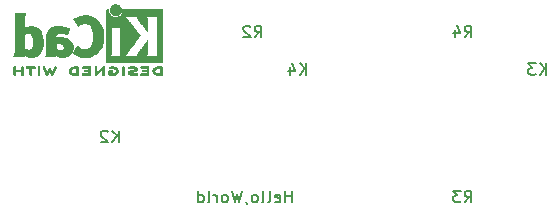
<source format=gbr>
G04 #@! TF.GenerationSoftware,KiCad,Pcbnew,(5.1.9)-1*
G04 #@! TF.CreationDate,2021-01-29T19:09:00+08:00*
G04 #@! TF.ProjectId,board,626f6172-642e-46b6-9963-61645f706362,rev?*
G04 #@! TF.SameCoordinates,Original*
G04 #@! TF.FileFunction,Legend,Bot*
G04 #@! TF.FilePolarity,Positive*
%FSLAX46Y46*%
G04 Gerber Fmt 4.6, Leading zero omitted, Abs format (unit mm)*
G04 Created by KiCad (PCBNEW (5.1.9)-1) date 2021-01-29 19:09:00*
%MOMM*%
%LPD*%
G01*
G04 APERTURE LIST*
%ADD10C,0.150000*%
%ADD11C,0.010000*%
G04 APERTURE END LIST*
D10*
X145581190Y-116022380D02*
X145581190Y-115022380D01*
X145581190Y-115498571D02*
X145009761Y-115498571D01*
X145009761Y-116022380D02*
X145009761Y-115022380D01*
X144152619Y-115974761D02*
X144247857Y-116022380D01*
X144438333Y-116022380D01*
X144533571Y-115974761D01*
X144581190Y-115879523D01*
X144581190Y-115498571D01*
X144533571Y-115403333D01*
X144438333Y-115355714D01*
X144247857Y-115355714D01*
X144152619Y-115403333D01*
X144105000Y-115498571D01*
X144105000Y-115593809D01*
X144581190Y-115689047D01*
X143533571Y-116022380D02*
X143628809Y-115974761D01*
X143676428Y-115879523D01*
X143676428Y-115022380D01*
X143009761Y-116022380D02*
X143105000Y-115974761D01*
X143152619Y-115879523D01*
X143152619Y-115022380D01*
X142485952Y-116022380D02*
X142581190Y-115974761D01*
X142628809Y-115927142D01*
X142676428Y-115831904D01*
X142676428Y-115546190D01*
X142628809Y-115450952D01*
X142581190Y-115403333D01*
X142485952Y-115355714D01*
X142343095Y-115355714D01*
X142247857Y-115403333D01*
X142200238Y-115450952D01*
X142152619Y-115546190D01*
X142152619Y-115831904D01*
X142200238Y-115927142D01*
X142247857Y-115974761D01*
X142343095Y-116022380D01*
X142485952Y-116022380D01*
X141676428Y-115974761D02*
X141676428Y-116022380D01*
X141724047Y-116117619D01*
X141771666Y-116165238D01*
X141343095Y-115022380D02*
X141105000Y-116022380D01*
X140914523Y-115308095D01*
X140724047Y-116022380D01*
X140485952Y-115022380D01*
X139962142Y-116022380D02*
X140057380Y-115974761D01*
X140105000Y-115927142D01*
X140152619Y-115831904D01*
X140152619Y-115546190D01*
X140105000Y-115450952D01*
X140057380Y-115403333D01*
X139962142Y-115355714D01*
X139819285Y-115355714D01*
X139724047Y-115403333D01*
X139676428Y-115450952D01*
X139628809Y-115546190D01*
X139628809Y-115831904D01*
X139676428Y-115927142D01*
X139724047Y-115974761D01*
X139819285Y-116022380D01*
X139962142Y-116022380D01*
X139200238Y-116022380D02*
X139200238Y-115355714D01*
X139200238Y-115546190D02*
X139152619Y-115450952D01*
X139105000Y-115403333D01*
X139009761Y-115355714D01*
X138914523Y-115355714D01*
X138438333Y-116022380D02*
X138533571Y-115974761D01*
X138581190Y-115879523D01*
X138581190Y-115022380D01*
X137628809Y-116022380D02*
X137628809Y-115022380D01*
X137628809Y-115974761D02*
X137724047Y-116022380D01*
X137914523Y-116022380D01*
X138009761Y-115974761D01*
X138057380Y-115927142D01*
X138105000Y-115831904D01*
X138105000Y-115546190D01*
X138057380Y-115450952D01*
X138009761Y-115403333D01*
X137914523Y-115355714D01*
X137724047Y-115355714D01*
X137628809Y-115403333D01*
X160186666Y-116022380D02*
X160520000Y-115546190D01*
X160758095Y-116022380D02*
X160758095Y-115022380D01*
X160377142Y-115022380D01*
X160281904Y-115070000D01*
X160234285Y-115117619D01*
X160186666Y-115212857D01*
X160186666Y-115355714D01*
X160234285Y-115450952D01*
X160281904Y-115498571D01*
X160377142Y-115546190D01*
X160758095Y-115546190D01*
X159853333Y-115022380D02*
X159234285Y-115022380D01*
X159567619Y-115403333D01*
X159424761Y-115403333D01*
X159329523Y-115450952D01*
X159281904Y-115498571D01*
X159234285Y-115593809D01*
X159234285Y-115831904D01*
X159281904Y-115927142D01*
X159329523Y-115974761D01*
X159424761Y-116022380D01*
X159710476Y-116022380D01*
X159805714Y-115974761D01*
X159853333Y-115927142D01*
X142406666Y-102052380D02*
X142740000Y-101576190D01*
X142978095Y-102052380D02*
X142978095Y-101052380D01*
X142597142Y-101052380D01*
X142501904Y-101100000D01*
X142454285Y-101147619D01*
X142406666Y-101242857D01*
X142406666Y-101385714D01*
X142454285Y-101480952D01*
X142501904Y-101528571D01*
X142597142Y-101576190D01*
X142978095Y-101576190D01*
X142025714Y-101147619D02*
X141978095Y-101100000D01*
X141882857Y-101052380D01*
X141644761Y-101052380D01*
X141549523Y-101100000D01*
X141501904Y-101147619D01*
X141454285Y-101242857D01*
X141454285Y-101338095D01*
X141501904Y-101480952D01*
X142073333Y-102052380D01*
X141454285Y-102052380D01*
X160186666Y-102052380D02*
X160520000Y-101576190D01*
X160758095Y-102052380D02*
X160758095Y-101052380D01*
X160377142Y-101052380D01*
X160281904Y-101100000D01*
X160234285Y-101147619D01*
X160186666Y-101242857D01*
X160186666Y-101385714D01*
X160234285Y-101480952D01*
X160281904Y-101528571D01*
X160377142Y-101576190D01*
X160758095Y-101576190D01*
X159329523Y-101385714D02*
X159329523Y-102052380D01*
X159567619Y-101004761D02*
X159805714Y-101719047D01*
X159186666Y-101719047D01*
X167108095Y-105227380D02*
X167108095Y-104227380D01*
X166536666Y-105227380D02*
X166965238Y-104655952D01*
X166536666Y-104227380D02*
X167108095Y-104798809D01*
X166203333Y-104227380D02*
X165584285Y-104227380D01*
X165917619Y-104608333D01*
X165774761Y-104608333D01*
X165679523Y-104655952D01*
X165631904Y-104703571D01*
X165584285Y-104798809D01*
X165584285Y-105036904D01*
X165631904Y-105132142D01*
X165679523Y-105179761D01*
X165774761Y-105227380D01*
X166060476Y-105227380D01*
X166155714Y-105179761D01*
X166203333Y-105132142D01*
X146788095Y-105227380D02*
X146788095Y-104227380D01*
X146216666Y-105227380D02*
X146645238Y-104655952D01*
X146216666Y-104227380D02*
X146788095Y-104798809D01*
X145359523Y-104560714D02*
X145359523Y-105227380D01*
X145597619Y-104179761D02*
X145835714Y-104894047D01*
X145216666Y-104894047D01*
X130913095Y-110942380D02*
X130913095Y-109942380D01*
X130341666Y-110942380D02*
X130770238Y-110370952D01*
X130341666Y-109942380D02*
X130913095Y-110513809D01*
X129960714Y-110037619D02*
X129913095Y-109990000D01*
X129817857Y-109942380D01*
X129579761Y-109942380D01*
X129484523Y-109990000D01*
X129436904Y-110037619D01*
X129389285Y-110132857D01*
X129389285Y-110228095D01*
X129436904Y-110370952D01*
X130008333Y-110942380D01*
X129389285Y-110942380D01*
D11*
G36*
X131216400Y-99724054D02*
G01*
X131205535Y-99837993D01*
X131173918Y-99945616D01*
X131123015Y-100044615D01*
X131054293Y-100132684D01*
X130969219Y-100207516D01*
X130872232Y-100265384D01*
X130765964Y-100305005D01*
X130658950Y-100323573D01*
X130553300Y-100322434D01*
X130451125Y-100302930D01*
X130354534Y-100266406D01*
X130265638Y-100214205D01*
X130186546Y-100147673D01*
X130119369Y-100068152D01*
X130066217Y-99976987D01*
X130029199Y-99875523D01*
X130010427Y-99765102D01*
X130008489Y-99715206D01*
X130008489Y-99627267D01*
X129956560Y-99627267D01*
X129920253Y-99630111D01*
X129893355Y-99641911D01*
X129866249Y-99665649D01*
X129827867Y-99704031D01*
X129827867Y-101895602D01*
X129827876Y-102157739D01*
X129827908Y-102398241D01*
X129827972Y-102618048D01*
X129828076Y-102818101D01*
X129828227Y-102999344D01*
X129828434Y-103162716D01*
X129828706Y-103309160D01*
X129829050Y-103439617D01*
X129829474Y-103555029D01*
X129829987Y-103656338D01*
X129830597Y-103744484D01*
X129831312Y-103820410D01*
X129832140Y-103885057D01*
X129833089Y-103939367D01*
X129834167Y-103984280D01*
X129835383Y-104020740D01*
X129836745Y-104049687D01*
X129838261Y-104072063D01*
X129839938Y-104088809D01*
X129841786Y-104100868D01*
X129843813Y-104109180D01*
X129846025Y-104114687D01*
X129847108Y-104116537D01*
X129851271Y-104123549D01*
X129854805Y-104129996D01*
X129858635Y-104135900D01*
X129863682Y-104141286D01*
X129870871Y-104146178D01*
X129881123Y-104150598D01*
X129895364Y-104154572D01*
X129914514Y-104158121D01*
X129939499Y-104161270D01*
X129971240Y-104164042D01*
X130010662Y-104166461D01*
X130058686Y-104168551D01*
X130116237Y-104170335D01*
X130184237Y-104171837D01*
X130263610Y-104173080D01*
X130355279Y-104174089D01*
X130460166Y-104174885D01*
X130579196Y-104175494D01*
X130713290Y-104175939D01*
X130863373Y-104176243D01*
X131030367Y-104176430D01*
X131215196Y-104176524D01*
X131418783Y-104176548D01*
X131642050Y-104176525D01*
X131885922Y-104176480D01*
X132151321Y-104176437D01*
X132189704Y-104176432D01*
X132456682Y-104176389D01*
X132702002Y-104176318D01*
X132926583Y-104176213D01*
X133131345Y-104176066D01*
X133317206Y-104175869D01*
X133485088Y-104175616D01*
X133635908Y-104175300D01*
X133770587Y-104174913D01*
X133890044Y-104174447D01*
X133995199Y-104173897D01*
X134086971Y-104173253D01*
X134166279Y-104172511D01*
X134234043Y-104171661D01*
X134291182Y-104170697D01*
X134338617Y-104169611D01*
X134377266Y-104168397D01*
X134408049Y-104167047D01*
X134431885Y-104165555D01*
X134449694Y-104163911D01*
X134462395Y-104162111D01*
X134470908Y-104160145D01*
X134475266Y-104158477D01*
X134483728Y-104154906D01*
X134491497Y-104152270D01*
X134498602Y-104149634D01*
X134505073Y-104146062D01*
X134510939Y-104140621D01*
X134516229Y-104132375D01*
X134520974Y-104120390D01*
X134525202Y-104103731D01*
X134528943Y-104081463D01*
X134532227Y-104052652D01*
X134535083Y-104016363D01*
X134537540Y-103971661D01*
X134539629Y-103917611D01*
X134541378Y-103853279D01*
X134542817Y-103777730D01*
X134543976Y-103690030D01*
X134544883Y-103589243D01*
X134545569Y-103474434D01*
X134546063Y-103344670D01*
X134546395Y-103199015D01*
X134546593Y-103036535D01*
X134546687Y-102856295D01*
X134546708Y-102657360D01*
X134546685Y-102438796D01*
X134546646Y-102199668D01*
X134546622Y-101939040D01*
X134546622Y-101896889D01*
X134546636Y-101633992D01*
X134546661Y-101392732D01*
X134546671Y-101172165D01*
X134546642Y-100971352D01*
X134546548Y-100789349D01*
X134546362Y-100625216D01*
X134546059Y-100478011D01*
X134545614Y-100346792D01*
X134545034Y-100236867D01*
X134242197Y-100236867D01*
X134202407Y-100294711D01*
X134191236Y-100310479D01*
X134181166Y-100324441D01*
X134172138Y-100337784D01*
X134164097Y-100351693D01*
X134156986Y-100367356D01*
X134150747Y-100385958D01*
X134145325Y-100408686D01*
X134140662Y-100436727D01*
X134136701Y-100471267D01*
X134133385Y-100513492D01*
X134130659Y-100564589D01*
X134128464Y-100625744D01*
X134126745Y-100698144D01*
X134125444Y-100782975D01*
X134124505Y-100881422D01*
X134123870Y-100994674D01*
X134123484Y-101123916D01*
X134123288Y-101270334D01*
X134123227Y-101435116D01*
X134123243Y-101619447D01*
X134123280Y-101824513D01*
X134123289Y-101947133D01*
X134123265Y-102164082D01*
X134123231Y-102359642D01*
X134123243Y-102534999D01*
X134123358Y-102691341D01*
X134123630Y-102829857D01*
X134124118Y-102951734D01*
X134124876Y-103058160D01*
X134125962Y-103150322D01*
X134127431Y-103229409D01*
X134129340Y-103296608D01*
X134131744Y-103353107D01*
X134134701Y-103400093D01*
X134138266Y-103438755D01*
X134142495Y-103470280D01*
X134147446Y-103495855D01*
X134153173Y-103516670D01*
X134159733Y-103533911D01*
X134167183Y-103548765D01*
X134175579Y-103562422D01*
X134184976Y-103576069D01*
X134195432Y-103590893D01*
X134201523Y-103599783D01*
X134240296Y-103657400D01*
X133708732Y-103657400D01*
X133585483Y-103657365D01*
X133482987Y-103657215D01*
X133399420Y-103656878D01*
X133332956Y-103656286D01*
X133281771Y-103655367D01*
X133244041Y-103654051D01*
X133217940Y-103652269D01*
X133201644Y-103649951D01*
X133193328Y-103647026D01*
X133191168Y-103643424D01*
X133193339Y-103639075D01*
X133194535Y-103637645D01*
X133219685Y-103600573D01*
X133245583Y-103547772D01*
X133269192Y-103485770D01*
X133277461Y-103459357D01*
X133282078Y-103441416D01*
X133285979Y-103420355D01*
X133289248Y-103394089D01*
X133291966Y-103360532D01*
X133294215Y-103317599D01*
X133296077Y-103263204D01*
X133297636Y-103195262D01*
X133298972Y-103111688D01*
X133300169Y-103010395D01*
X133301308Y-102889300D01*
X133301685Y-102844600D01*
X133302702Y-102719449D01*
X133303460Y-102615082D01*
X133303903Y-102529707D01*
X133303970Y-102461533D01*
X133303605Y-102408765D01*
X133302748Y-102369614D01*
X133301341Y-102342285D01*
X133299325Y-102324986D01*
X133296643Y-102315926D01*
X133293236Y-102313312D01*
X133289044Y-102315351D01*
X133284571Y-102319667D01*
X133274216Y-102332602D01*
X133252158Y-102361676D01*
X133219957Y-102404759D01*
X133179174Y-102459718D01*
X133131370Y-102524423D01*
X133078105Y-102596742D01*
X133020940Y-102674544D01*
X132961437Y-102755698D01*
X132901155Y-102838072D01*
X132841655Y-102919536D01*
X132784498Y-102997957D01*
X132731245Y-103071204D01*
X132683457Y-103137147D01*
X132642693Y-103193654D01*
X132610516Y-103238593D01*
X132588485Y-103269834D01*
X132583917Y-103276466D01*
X132560996Y-103313369D01*
X132534188Y-103361359D01*
X132508789Y-103410897D01*
X132505568Y-103417577D01*
X132483890Y-103465772D01*
X132471304Y-103503334D01*
X132465574Y-103539160D01*
X132464456Y-103581200D01*
X132465090Y-103657400D01*
X131310651Y-103657400D01*
X131401815Y-103563669D01*
X131448612Y-103513775D01*
X131498899Y-103457295D01*
X131544944Y-103403026D01*
X131565369Y-103377673D01*
X131595807Y-103338128D01*
X131635862Y-103284916D01*
X131684361Y-103219667D01*
X131740135Y-103144011D01*
X131802011Y-103059577D01*
X131868819Y-102967994D01*
X131939387Y-102870892D01*
X132012545Y-102769901D01*
X132087121Y-102666650D01*
X132161944Y-102562768D01*
X132235843Y-102459885D01*
X132307646Y-102359631D01*
X132376184Y-102263636D01*
X132440284Y-102173527D01*
X132498775Y-102090936D01*
X132550486Y-102017492D01*
X132594247Y-101954824D01*
X132628885Y-101904561D01*
X132653230Y-101868334D01*
X132666111Y-101847771D01*
X132667869Y-101843668D01*
X132659910Y-101832342D01*
X132639115Y-101805162D01*
X132606847Y-101763829D01*
X132564470Y-101710044D01*
X132513347Y-101645506D01*
X132454841Y-101571918D01*
X132390314Y-101490978D01*
X132321131Y-101404388D01*
X132248653Y-101313848D01*
X132174246Y-101221060D01*
X132114517Y-101146702D01*
X131103511Y-101146702D01*
X131097602Y-101159659D01*
X131083272Y-101181908D01*
X131082225Y-101183391D01*
X131063438Y-101213544D01*
X131043791Y-101250375D01*
X131039892Y-101258511D01*
X131036356Y-101266940D01*
X131033230Y-101277059D01*
X131030486Y-101290260D01*
X131028092Y-101307938D01*
X131026019Y-101331484D01*
X131024235Y-101362293D01*
X131022712Y-101401757D01*
X131021419Y-101451269D01*
X131020326Y-101512223D01*
X131019403Y-101586011D01*
X131018619Y-101674028D01*
X131017945Y-101777665D01*
X131017350Y-101898316D01*
X131016805Y-102037374D01*
X131016279Y-102196232D01*
X131015745Y-102375089D01*
X131015206Y-102560207D01*
X131014772Y-102724145D01*
X131014509Y-102868303D01*
X131014484Y-102994079D01*
X131014765Y-103102871D01*
X131015419Y-103196077D01*
X131016514Y-103275097D01*
X131018118Y-103341328D01*
X131020297Y-103396170D01*
X131023119Y-103441021D01*
X131026651Y-103477278D01*
X131030961Y-103506341D01*
X131036117Y-103529609D01*
X131042185Y-103548479D01*
X131049233Y-103564351D01*
X131057329Y-103578622D01*
X131066540Y-103592691D01*
X131075040Y-103605158D01*
X131092176Y-103631452D01*
X131102322Y-103649037D01*
X131103511Y-103652257D01*
X131092604Y-103653334D01*
X131061411Y-103654335D01*
X131012223Y-103655235D01*
X130947333Y-103656010D01*
X130869030Y-103656637D01*
X130779607Y-103657091D01*
X130681356Y-103657349D01*
X130612445Y-103657400D01*
X130507452Y-103657180D01*
X130410610Y-103656548D01*
X130324107Y-103655549D01*
X130250132Y-103654227D01*
X130190874Y-103652626D01*
X130148520Y-103650791D01*
X130125260Y-103648765D01*
X130121378Y-103647493D01*
X130129076Y-103632591D01*
X130137074Y-103624560D01*
X130150246Y-103607434D01*
X130167485Y-103577183D01*
X130179407Y-103552622D01*
X130206045Y-103493711D01*
X130209120Y-102316845D01*
X130212195Y-101139978D01*
X130657853Y-101139978D01*
X130755670Y-101140142D01*
X130846064Y-101140611D01*
X130926630Y-101141347D01*
X130994962Y-101142316D01*
X131048656Y-101143480D01*
X131085305Y-101144803D01*
X131102504Y-101146249D01*
X131103511Y-101146702D01*
X132114517Y-101146702D01*
X132099270Y-101127722D01*
X132025090Y-101035537D01*
X131953069Y-100946204D01*
X131884569Y-100861424D01*
X131820955Y-100782898D01*
X131763588Y-100712326D01*
X131713833Y-100651409D01*
X131673052Y-100601847D01*
X131655888Y-100581178D01*
X131569596Y-100480516D01*
X131492997Y-100397259D01*
X131424183Y-100329438D01*
X131361248Y-100275089D01*
X131351867Y-100267722D01*
X131312356Y-100237117D01*
X132444116Y-100236867D01*
X132438827Y-100284844D01*
X132442130Y-100342188D01*
X132463661Y-100410463D01*
X132503635Y-100490212D01*
X132548943Y-100562495D01*
X132565161Y-100585140D01*
X132593214Y-100622696D01*
X132631430Y-100673021D01*
X132678137Y-100733973D01*
X132731661Y-100803411D01*
X132790331Y-100879194D01*
X132852475Y-100959180D01*
X132916421Y-101041228D01*
X132980495Y-101123196D01*
X133043027Y-101202943D01*
X133102343Y-101278327D01*
X133156771Y-101347207D01*
X133204639Y-101407442D01*
X133244275Y-101456889D01*
X133274006Y-101493408D01*
X133292161Y-101514858D01*
X133295220Y-101518156D01*
X133298079Y-101510149D01*
X133300293Y-101479855D01*
X133301857Y-101427556D01*
X133302767Y-101353531D01*
X133303020Y-101258063D01*
X133302613Y-101141434D01*
X133301704Y-101021445D01*
X133300382Y-100889333D01*
X133298857Y-100777594D01*
X133296881Y-100684025D01*
X133294206Y-100606419D01*
X133290582Y-100542574D01*
X133285761Y-100490283D01*
X133279494Y-100447344D01*
X133271532Y-100411551D01*
X133261627Y-100380700D01*
X133249531Y-100352586D01*
X133234993Y-100325005D01*
X133220311Y-100299966D01*
X133182314Y-100236867D01*
X134242197Y-100236867D01*
X134545034Y-100236867D01*
X134545001Y-100230617D01*
X134544195Y-100128544D01*
X134543170Y-100039633D01*
X134541900Y-99962941D01*
X134540360Y-99897527D01*
X134538524Y-99842449D01*
X134536367Y-99796765D01*
X134533863Y-99759534D01*
X134530987Y-99729813D01*
X134527713Y-99706662D01*
X134524015Y-99689139D01*
X134519869Y-99676301D01*
X134515247Y-99667208D01*
X134510126Y-99660918D01*
X134504478Y-99656488D01*
X134498279Y-99652978D01*
X134491504Y-99649445D01*
X134485508Y-99645876D01*
X134480275Y-99643300D01*
X134472099Y-99640972D01*
X134459886Y-99638878D01*
X134442541Y-99637007D01*
X134418969Y-99635347D01*
X134388077Y-99633884D01*
X134348768Y-99632608D01*
X134299950Y-99631504D01*
X134240527Y-99630561D01*
X134169404Y-99629767D01*
X134085488Y-99629109D01*
X133987683Y-99628575D01*
X133874894Y-99628153D01*
X133746029Y-99627829D01*
X133599991Y-99627592D01*
X133435686Y-99627430D01*
X133252020Y-99627330D01*
X133047897Y-99627280D01*
X132836753Y-99627267D01*
X131216400Y-99627267D01*
X131216400Y-99724054D01*
G37*
X131216400Y-99724054D02*
X131205535Y-99837993D01*
X131173918Y-99945616D01*
X131123015Y-100044615D01*
X131054293Y-100132684D01*
X130969219Y-100207516D01*
X130872232Y-100265384D01*
X130765964Y-100305005D01*
X130658950Y-100323573D01*
X130553300Y-100322434D01*
X130451125Y-100302930D01*
X130354534Y-100266406D01*
X130265638Y-100214205D01*
X130186546Y-100147673D01*
X130119369Y-100068152D01*
X130066217Y-99976987D01*
X130029199Y-99875523D01*
X130010427Y-99765102D01*
X130008489Y-99715206D01*
X130008489Y-99627267D01*
X129956560Y-99627267D01*
X129920253Y-99630111D01*
X129893355Y-99641911D01*
X129866249Y-99665649D01*
X129827867Y-99704031D01*
X129827867Y-101895602D01*
X129827876Y-102157739D01*
X129827908Y-102398241D01*
X129827972Y-102618048D01*
X129828076Y-102818101D01*
X129828227Y-102999344D01*
X129828434Y-103162716D01*
X129828706Y-103309160D01*
X129829050Y-103439617D01*
X129829474Y-103555029D01*
X129829987Y-103656338D01*
X129830597Y-103744484D01*
X129831312Y-103820410D01*
X129832140Y-103885057D01*
X129833089Y-103939367D01*
X129834167Y-103984280D01*
X129835383Y-104020740D01*
X129836745Y-104049687D01*
X129838261Y-104072063D01*
X129839938Y-104088809D01*
X129841786Y-104100868D01*
X129843813Y-104109180D01*
X129846025Y-104114687D01*
X129847108Y-104116537D01*
X129851271Y-104123549D01*
X129854805Y-104129996D01*
X129858635Y-104135900D01*
X129863682Y-104141286D01*
X129870871Y-104146178D01*
X129881123Y-104150598D01*
X129895364Y-104154572D01*
X129914514Y-104158121D01*
X129939499Y-104161270D01*
X129971240Y-104164042D01*
X130010662Y-104166461D01*
X130058686Y-104168551D01*
X130116237Y-104170335D01*
X130184237Y-104171837D01*
X130263610Y-104173080D01*
X130355279Y-104174089D01*
X130460166Y-104174885D01*
X130579196Y-104175494D01*
X130713290Y-104175939D01*
X130863373Y-104176243D01*
X131030367Y-104176430D01*
X131215196Y-104176524D01*
X131418783Y-104176548D01*
X131642050Y-104176525D01*
X131885922Y-104176480D01*
X132151321Y-104176437D01*
X132189704Y-104176432D01*
X132456682Y-104176389D01*
X132702002Y-104176318D01*
X132926583Y-104176213D01*
X133131345Y-104176066D01*
X133317206Y-104175869D01*
X133485088Y-104175616D01*
X133635908Y-104175300D01*
X133770587Y-104174913D01*
X133890044Y-104174447D01*
X133995199Y-104173897D01*
X134086971Y-104173253D01*
X134166279Y-104172511D01*
X134234043Y-104171661D01*
X134291182Y-104170697D01*
X134338617Y-104169611D01*
X134377266Y-104168397D01*
X134408049Y-104167047D01*
X134431885Y-104165555D01*
X134449694Y-104163911D01*
X134462395Y-104162111D01*
X134470908Y-104160145D01*
X134475266Y-104158477D01*
X134483728Y-104154906D01*
X134491497Y-104152270D01*
X134498602Y-104149634D01*
X134505073Y-104146062D01*
X134510939Y-104140621D01*
X134516229Y-104132375D01*
X134520974Y-104120390D01*
X134525202Y-104103731D01*
X134528943Y-104081463D01*
X134532227Y-104052652D01*
X134535083Y-104016363D01*
X134537540Y-103971661D01*
X134539629Y-103917611D01*
X134541378Y-103853279D01*
X134542817Y-103777730D01*
X134543976Y-103690030D01*
X134544883Y-103589243D01*
X134545569Y-103474434D01*
X134546063Y-103344670D01*
X134546395Y-103199015D01*
X134546593Y-103036535D01*
X134546687Y-102856295D01*
X134546708Y-102657360D01*
X134546685Y-102438796D01*
X134546646Y-102199668D01*
X134546622Y-101939040D01*
X134546622Y-101896889D01*
X134546636Y-101633992D01*
X134546661Y-101392732D01*
X134546671Y-101172165D01*
X134546642Y-100971352D01*
X134546548Y-100789349D01*
X134546362Y-100625216D01*
X134546059Y-100478011D01*
X134545614Y-100346792D01*
X134545034Y-100236867D01*
X134242197Y-100236867D01*
X134202407Y-100294711D01*
X134191236Y-100310479D01*
X134181166Y-100324441D01*
X134172138Y-100337784D01*
X134164097Y-100351693D01*
X134156986Y-100367356D01*
X134150747Y-100385958D01*
X134145325Y-100408686D01*
X134140662Y-100436727D01*
X134136701Y-100471267D01*
X134133385Y-100513492D01*
X134130659Y-100564589D01*
X134128464Y-100625744D01*
X134126745Y-100698144D01*
X134125444Y-100782975D01*
X134124505Y-100881422D01*
X134123870Y-100994674D01*
X134123484Y-101123916D01*
X134123288Y-101270334D01*
X134123227Y-101435116D01*
X134123243Y-101619447D01*
X134123280Y-101824513D01*
X134123289Y-101947133D01*
X134123265Y-102164082D01*
X134123231Y-102359642D01*
X134123243Y-102534999D01*
X134123358Y-102691341D01*
X134123630Y-102829857D01*
X134124118Y-102951734D01*
X134124876Y-103058160D01*
X134125962Y-103150322D01*
X134127431Y-103229409D01*
X134129340Y-103296608D01*
X134131744Y-103353107D01*
X134134701Y-103400093D01*
X134138266Y-103438755D01*
X134142495Y-103470280D01*
X134147446Y-103495855D01*
X134153173Y-103516670D01*
X134159733Y-103533911D01*
X134167183Y-103548765D01*
X134175579Y-103562422D01*
X134184976Y-103576069D01*
X134195432Y-103590893D01*
X134201523Y-103599783D01*
X134240296Y-103657400D01*
X133708732Y-103657400D01*
X133585483Y-103657365D01*
X133482987Y-103657215D01*
X133399420Y-103656878D01*
X133332956Y-103656286D01*
X133281771Y-103655367D01*
X133244041Y-103654051D01*
X133217940Y-103652269D01*
X133201644Y-103649951D01*
X133193328Y-103647026D01*
X133191168Y-103643424D01*
X133193339Y-103639075D01*
X133194535Y-103637645D01*
X133219685Y-103600573D01*
X133245583Y-103547772D01*
X133269192Y-103485770D01*
X133277461Y-103459357D01*
X133282078Y-103441416D01*
X133285979Y-103420355D01*
X133289248Y-103394089D01*
X133291966Y-103360532D01*
X133294215Y-103317599D01*
X133296077Y-103263204D01*
X133297636Y-103195262D01*
X133298972Y-103111688D01*
X133300169Y-103010395D01*
X133301308Y-102889300D01*
X133301685Y-102844600D01*
X133302702Y-102719449D01*
X133303460Y-102615082D01*
X133303903Y-102529707D01*
X133303970Y-102461533D01*
X133303605Y-102408765D01*
X133302748Y-102369614D01*
X133301341Y-102342285D01*
X133299325Y-102324986D01*
X133296643Y-102315926D01*
X133293236Y-102313312D01*
X133289044Y-102315351D01*
X133284571Y-102319667D01*
X133274216Y-102332602D01*
X133252158Y-102361676D01*
X133219957Y-102404759D01*
X133179174Y-102459718D01*
X133131370Y-102524423D01*
X133078105Y-102596742D01*
X133020940Y-102674544D01*
X132961437Y-102755698D01*
X132901155Y-102838072D01*
X132841655Y-102919536D01*
X132784498Y-102997957D01*
X132731245Y-103071204D01*
X132683457Y-103137147D01*
X132642693Y-103193654D01*
X132610516Y-103238593D01*
X132588485Y-103269834D01*
X132583917Y-103276466D01*
X132560996Y-103313369D01*
X132534188Y-103361359D01*
X132508789Y-103410897D01*
X132505568Y-103417577D01*
X132483890Y-103465772D01*
X132471304Y-103503334D01*
X132465574Y-103539160D01*
X132464456Y-103581200D01*
X132465090Y-103657400D01*
X131310651Y-103657400D01*
X131401815Y-103563669D01*
X131448612Y-103513775D01*
X131498899Y-103457295D01*
X131544944Y-103403026D01*
X131565369Y-103377673D01*
X131595807Y-103338128D01*
X131635862Y-103284916D01*
X131684361Y-103219667D01*
X131740135Y-103144011D01*
X131802011Y-103059577D01*
X131868819Y-102967994D01*
X131939387Y-102870892D01*
X132012545Y-102769901D01*
X132087121Y-102666650D01*
X132161944Y-102562768D01*
X132235843Y-102459885D01*
X132307646Y-102359631D01*
X132376184Y-102263636D01*
X132440284Y-102173527D01*
X132498775Y-102090936D01*
X132550486Y-102017492D01*
X132594247Y-101954824D01*
X132628885Y-101904561D01*
X132653230Y-101868334D01*
X132666111Y-101847771D01*
X132667869Y-101843668D01*
X132659910Y-101832342D01*
X132639115Y-101805162D01*
X132606847Y-101763829D01*
X132564470Y-101710044D01*
X132513347Y-101645506D01*
X132454841Y-101571918D01*
X132390314Y-101490978D01*
X132321131Y-101404388D01*
X132248653Y-101313848D01*
X132174246Y-101221060D01*
X132114517Y-101146702D01*
X131103511Y-101146702D01*
X131097602Y-101159659D01*
X131083272Y-101181908D01*
X131082225Y-101183391D01*
X131063438Y-101213544D01*
X131043791Y-101250375D01*
X131039892Y-101258511D01*
X131036356Y-101266940D01*
X131033230Y-101277059D01*
X131030486Y-101290260D01*
X131028092Y-101307938D01*
X131026019Y-101331484D01*
X131024235Y-101362293D01*
X131022712Y-101401757D01*
X131021419Y-101451269D01*
X131020326Y-101512223D01*
X131019403Y-101586011D01*
X131018619Y-101674028D01*
X131017945Y-101777665D01*
X131017350Y-101898316D01*
X131016805Y-102037374D01*
X131016279Y-102196232D01*
X131015745Y-102375089D01*
X131015206Y-102560207D01*
X131014772Y-102724145D01*
X131014509Y-102868303D01*
X131014484Y-102994079D01*
X131014765Y-103102871D01*
X131015419Y-103196077D01*
X131016514Y-103275097D01*
X131018118Y-103341328D01*
X131020297Y-103396170D01*
X131023119Y-103441021D01*
X131026651Y-103477278D01*
X131030961Y-103506341D01*
X131036117Y-103529609D01*
X131042185Y-103548479D01*
X131049233Y-103564351D01*
X131057329Y-103578622D01*
X131066540Y-103592691D01*
X131075040Y-103605158D01*
X131092176Y-103631452D01*
X131102322Y-103649037D01*
X131103511Y-103652257D01*
X131092604Y-103653334D01*
X131061411Y-103654335D01*
X131012223Y-103655235D01*
X130947333Y-103656010D01*
X130869030Y-103656637D01*
X130779607Y-103657091D01*
X130681356Y-103657349D01*
X130612445Y-103657400D01*
X130507452Y-103657180D01*
X130410610Y-103656548D01*
X130324107Y-103655549D01*
X130250132Y-103654227D01*
X130190874Y-103652626D01*
X130148520Y-103650791D01*
X130125260Y-103648765D01*
X130121378Y-103647493D01*
X130129076Y-103632591D01*
X130137074Y-103624560D01*
X130150246Y-103607434D01*
X130167485Y-103577183D01*
X130179407Y-103552622D01*
X130206045Y-103493711D01*
X130209120Y-102316845D01*
X130212195Y-101139978D01*
X130657853Y-101139978D01*
X130755670Y-101140142D01*
X130846064Y-101140611D01*
X130926630Y-101141347D01*
X130994962Y-101142316D01*
X131048656Y-101143480D01*
X131085305Y-101144803D01*
X131102504Y-101146249D01*
X131103511Y-101146702D01*
X132114517Y-101146702D01*
X132099270Y-101127722D01*
X132025090Y-101035537D01*
X131953069Y-100946204D01*
X131884569Y-100861424D01*
X131820955Y-100782898D01*
X131763588Y-100712326D01*
X131713833Y-100651409D01*
X131673052Y-100601847D01*
X131655888Y-100581178D01*
X131569596Y-100480516D01*
X131492997Y-100397259D01*
X131424183Y-100329438D01*
X131361248Y-100275089D01*
X131351867Y-100267722D01*
X131312356Y-100237117D01*
X132444116Y-100236867D01*
X132438827Y-100284844D01*
X132442130Y-100342188D01*
X132463661Y-100410463D01*
X132503635Y-100490212D01*
X132548943Y-100562495D01*
X132565161Y-100585140D01*
X132593214Y-100622696D01*
X132631430Y-100673021D01*
X132678137Y-100733973D01*
X132731661Y-100803411D01*
X132790331Y-100879194D01*
X132852475Y-100959180D01*
X132916421Y-101041228D01*
X132980495Y-101123196D01*
X133043027Y-101202943D01*
X133102343Y-101278327D01*
X133156771Y-101347207D01*
X133204639Y-101407442D01*
X133244275Y-101456889D01*
X133274006Y-101493408D01*
X133292161Y-101514858D01*
X133295220Y-101518156D01*
X133298079Y-101510149D01*
X133300293Y-101479855D01*
X133301857Y-101427556D01*
X133302767Y-101353531D01*
X133303020Y-101258063D01*
X133302613Y-101141434D01*
X133301704Y-101021445D01*
X133300382Y-100889333D01*
X133298857Y-100777594D01*
X133296881Y-100684025D01*
X133294206Y-100606419D01*
X133290582Y-100542574D01*
X133285761Y-100490283D01*
X133279494Y-100447344D01*
X133271532Y-100411551D01*
X133261627Y-100380700D01*
X133249531Y-100352586D01*
X133234993Y-100325005D01*
X133220311Y-100299966D01*
X133182314Y-100236867D01*
X134242197Y-100236867D01*
X134545034Y-100236867D01*
X134545001Y-100230617D01*
X134544195Y-100128544D01*
X134543170Y-100039633D01*
X134541900Y-99962941D01*
X134540360Y-99897527D01*
X134538524Y-99842449D01*
X134536367Y-99796765D01*
X134533863Y-99759534D01*
X134530987Y-99729813D01*
X134527713Y-99706662D01*
X134524015Y-99689139D01*
X134519869Y-99676301D01*
X134515247Y-99667208D01*
X134510126Y-99660918D01*
X134504478Y-99656488D01*
X134498279Y-99652978D01*
X134491504Y-99649445D01*
X134485508Y-99645876D01*
X134480275Y-99643300D01*
X134472099Y-99640972D01*
X134459886Y-99638878D01*
X134442541Y-99637007D01*
X134418969Y-99635347D01*
X134388077Y-99633884D01*
X134348768Y-99632608D01*
X134299950Y-99631504D01*
X134240527Y-99630561D01*
X134169404Y-99629767D01*
X134085488Y-99629109D01*
X133987683Y-99628575D01*
X133874894Y-99628153D01*
X133746029Y-99627829D01*
X133599991Y-99627592D01*
X133435686Y-99627430D01*
X133252020Y-99627330D01*
X133047897Y-99627280D01*
X132836753Y-99627267D01*
X131216400Y-99627267D01*
X131216400Y-99724054D01*
G36*
X127941571Y-100184071D02*
G01*
X127781430Y-100205245D01*
X127617490Y-100245385D01*
X127447687Y-100304889D01*
X127269957Y-100384154D01*
X127258690Y-100389699D01*
X127200995Y-100417725D01*
X127149448Y-100441802D01*
X127107809Y-100460249D01*
X127079838Y-100471386D01*
X127070267Y-100473933D01*
X127051050Y-100478941D01*
X127046439Y-100483147D01*
X127051542Y-100493580D01*
X127067582Y-100519868D01*
X127092712Y-100559257D01*
X127125086Y-100608991D01*
X127162857Y-100666315D01*
X127204178Y-100728476D01*
X127247202Y-100792718D01*
X127290083Y-100856285D01*
X127330974Y-100916425D01*
X127368029Y-100970380D01*
X127399400Y-101015397D01*
X127423241Y-101048721D01*
X127437706Y-101067597D01*
X127439691Y-101069787D01*
X127449809Y-101065138D01*
X127472150Y-101047962D01*
X127502720Y-101021440D01*
X127518464Y-101006964D01*
X127614953Y-100931682D01*
X127721664Y-100876241D01*
X127837168Y-100841141D01*
X127960038Y-100826880D01*
X128029439Y-100828051D01*
X128150577Y-100845212D01*
X128259795Y-100881094D01*
X128357418Y-100935959D01*
X128443772Y-101010070D01*
X128519185Y-101103688D01*
X128583982Y-101217076D01*
X128621399Y-101303667D01*
X128665252Y-101439366D01*
X128697572Y-101586850D01*
X128718443Y-101742314D01*
X128727949Y-101901956D01*
X128726173Y-102061973D01*
X128713197Y-102218561D01*
X128689106Y-102367918D01*
X128653982Y-102506240D01*
X128607908Y-102629724D01*
X128591627Y-102663978D01*
X128523380Y-102778064D01*
X128442921Y-102874557D01*
X128351430Y-102952670D01*
X128250089Y-103011617D01*
X128140080Y-103050612D01*
X128022585Y-103068868D01*
X127981117Y-103070211D01*
X127859559Y-103059290D01*
X127739122Y-103026474D01*
X127621334Y-102972439D01*
X127507723Y-102897865D01*
X127416315Y-102819539D01*
X127369785Y-102775008D01*
X127188517Y-103072271D01*
X127143420Y-103146433D01*
X127102181Y-103214646D01*
X127066265Y-103274459D01*
X127037134Y-103323420D01*
X127016250Y-103359079D01*
X127005076Y-103378984D01*
X127003625Y-103382079D01*
X127011854Y-103391718D01*
X127037433Y-103408999D01*
X127077127Y-103432283D01*
X127127703Y-103459934D01*
X127185926Y-103490315D01*
X127248563Y-103521790D01*
X127312379Y-103552722D01*
X127374140Y-103581473D01*
X127430612Y-103606408D01*
X127478562Y-103625889D01*
X127502014Y-103634318D01*
X127635779Y-103672133D01*
X127773673Y-103697136D01*
X127921378Y-103710140D01*
X128048167Y-103712468D01*
X128116122Y-103711373D01*
X128181723Y-103709275D01*
X128239153Y-103706434D01*
X128282597Y-103703106D01*
X128296702Y-103701422D01*
X128435716Y-103672587D01*
X128577243Y-103627468D01*
X128714725Y-103568750D01*
X128841606Y-103499120D01*
X128919111Y-103446441D01*
X129046519Y-103338239D01*
X129164822Y-103211671D01*
X129271828Y-103069866D01*
X129365348Y-102915951D01*
X129443190Y-102753053D01*
X129487044Y-102635756D01*
X129537292Y-102452128D01*
X129570791Y-102257581D01*
X129587551Y-102056325D01*
X129587584Y-101852568D01*
X129570899Y-101650521D01*
X129537507Y-101454392D01*
X129487420Y-101268391D01*
X129483603Y-101256803D01*
X129420719Y-101094750D01*
X129343972Y-100946832D01*
X129250758Y-100808865D01*
X129138473Y-100676661D01*
X129094608Y-100631399D01*
X128958466Y-100507457D01*
X128818509Y-100404915D01*
X128672589Y-100322656D01*
X128518558Y-100259564D01*
X128354268Y-100214523D01*
X128258711Y-100197033D01*
X128099977Y-100181466D01*
X127941571Y-100184071D01*
G37*
X127941571Y-100184071D02*
X127781430Y-100205245D01*
X127617490Y-100245385D01*
X127447687Y-100304889D01*
X127269957Y-100384154D01*
X127258690Y-100389699D01*
X127200995Y-100417725D01*
X127149448Y-100441802D01*
X127107809Y-100460249D01*
X127079838Y-100471386D01*
X127070267Y-100473933D01*
X127051050Y-100478941D01*
X127046439Y-100483147D01*
X127051542Y-100493580D01*
X127067582Y-100519868D01*
X127092712Y-100559257D01*
X127125086Y-100608991D01*
X127162857Y-100666315D01*
X127204178Y-100728476D01*
X127247202Y-100792718D01*
X127290083Y-100856285D01*
X127330974Y-100916425D01*
X127368029Y-100970380D01*
X127399400Y-101015397D01*
X127423241Y-101048721D01*
X127437706Y-101067597D01*
X127439691Y-101069787D01*
X127449809Y-101065138D01*
X127472150Y-101047962D01*
X127502720Y-101021440D01*
X127518464Y-101006964D01*
X127614953Y-100931682D01*
X127721664Y-100876241D01*
X127837168Y-100841141D01*
X127960038Y-100826880D01*
X128029439Y-100828051D01*
X128150577Y-100845212D01*
X128259795Y-100881094D01*
X128357418Y-100935959D01*
X128443772Y-101010070D01*
X128519185Y-101103688D01*
X128583982Y-101217076D01*
X128621399Y-101303667D01*
X128665252Y-101439366D01*
X128697572Y-101586850D01*
X128718443Y-101742314D01*
X128727949Y-101901956D01*
X128726173Y-102061973D01*
X128713197Y-102218561D01*
X128689106Y-102367918D01*
X128653982Y-102506240D01*
X128607908Y-102629724D01*
X128591627Y-102663978D01*
X128523380Y-102778064D01*
X128442921Y-102874557D01*
X128351430Y-102952670D01*
X128250089Y-103011617D01*
X128140080Y-103050612D01*
X128022585Y-103068868D01*
X127981117Y-103070211D01*
X127859559Y-103059290D01*
X127739122Y-103026474D01*
X127621334Y-102972439D01*
X127507723Y-102897865D01*
X127416315Y-102819539D01*
X127369785Y-102775008D01*
X127188517Y-103072271D01*
X127143420Y-103146433D01*
X127102181Y-103214646D01*
X127066265Y-103274459D01*
X127037134Y-103323420D01*
X127016250Y-103359079D01*
X127005076Y-103378984D01*
X127003625Y-103382079D01*
X127011854Y-103391718D01*
X127037433Y-103408999D01*
X127077127Y-103432283D01*
X127127703Y-103459934D01*
X127185926Y-103490315D01*
X127248563Y-103521790D01*
X127312379Y-103552722D01*
X127374140Y-103581473D01*
X127430612Y-103606408D01*
X127478562Y-103625889D01*
X127502014Y-103634318D01*
X127635779Y-103672133D01*
X127773673Y-103697136D01*
X127921378Y-103710140D01*
X128048167Y-103712468D01*
X128116122Y-103711373D01*
X128181723Y-103709275D01*
X128239153Y-103706434D01*
X128282597Y-103703106D01*
X128296702Y-103701422D01*
X128435716Y-103672587D01*
X128577243Y-103627468D01*
X128714725Y-103568750D01*
X128841606Y-103499120D01*
X128919111Y-103446441D01*
X129046519Y-103338239D01*
X129164822Y-103211671D01*
X129271828Y-103069866D01*
X129365348Y-102915951D01*
X129443190Y-102753053D01*
X129487044Y-102635756D01*
X129537292Y-102452128D01*
X129570791Y-102257581D01*
X129587551Y-102056325D01*
X129587584Y-101852568D01*
X129570899Y-101650521D01*
X129537507Y-101454392D01*
X129487420Y-101268391D01*
X129483603Y-101256803D01*
X129420719Y-101094750D01*
X129343972Y-100946832D01*
X129250758Y-100808865D01*
X129138473Y-100676661D01*
X129094608Y-100631399D01*
X128958466Y-100507457D01*
X128818509Y-100404915D01*
X128672589Y-100322656D01*
X128518558Y-100259564D01*
X128354268Y-100214523D01*
X128258711Y-100197033D01*
X128099977Y-100181466D01*
X127941571Y-100184071D01*
G36*
X125596426Y-101101552D02*
G01*
X125444508Y-101121567D01*
X125309244Y-101155202D01*
X125189761Y-101202725D01*
X125085185Y-101264405D01*
X125007576Y-101327965D01*
X124938735Y-101402099D01*
X124884994Y-101481871D01*
X124842090Y-101574091D01*
X124826616Y-101617161D01*
X124813756Y-101656142D01*
X124802554Y-101692289D01*
X124792880Y-101727434D01*
X124784604Y-101763410D01*
X124777597Y-101802050D01*
X124771728Y-101845185D01*
X124766869Y-101894649D01*
X124762890Y-101952273D01*
X124759660Y-102019891D01*
X124757051Y-102099334D01*
X124754933Y-102192436D01*
X124753176Y-102301027D01*
X124751651Y-102426942D01*
X124750228Y-102572012D01*
X124748975Y-102714778D01*
X124747649Y-102870968D01*
X124746444Y-103006239D01*
X124745234Y-103122246D01*
X124743894Y-103220645D01*
X124742300Y-103303093D01*
X124740325Y-103371246D01*
X124737844Y-103426760D01*
X124734731Y-103471292D01*
X124730862Y-103506498D01*
X124726111Y-103534034D01*
X124720352Y-103555556D01*
X124713461Y-103572722D01*
X124705311Y-103587186D01*
X124695777Y-103600606D01*
X124684734Y-103614638D01*
X124680434Y-103620071D01*
X124664614Y-103642910D01*
X124657578Y-103658463D01*
X124657556Y-103658922D01*
X124668433Y-103661121D01*
X124699418Y-103663147D01*
X124748043Y-103664942D01*
X124811837Y-103666451D01*
X124888331Y-103667616D01*
X124975056Y-103668380D01*
X125069543Y-103668686D01*
X125080450Y-103668689D01*
X125503343Y-103668689D01*
X125506605Y-103572622D01*
X125509867Y-103476556D01*
X125571956Y-103527543D01*
X125669286Y-103595057D01*
X125779187Y-103649749D01*
X125865651Y-103679978D01*
X125934722Y-103694666D01*
X126018075Y-103704659D01*
X126107841Y-103709646D01*
X126196155Y-103709313D01*
X126275149Y-103703351D01*
X126311378Y-103697638D01*
X126451397Y-103659776D01*
X126577822Y-103604932D01*
X126689740Y-103533924D01*
X126786238Y-103447568D01*
X126866400Y-103346679D01*
X126929313Y-103232076D01*
X126973688Y-103105984D01*
X126986022Y-103049401D01*
X126993632Y-102987202D01*
X126997261Y-102912363D01*
X126997755Y-102878467D01*
X126997690Y-102875282D01*
X126237752Y-102875282D01*
X126228459Y-102950333D01*
X126200272Y-103014160D01*
X126151803Y-103069798D01*
X126146746Y-103074211D01*
X126098452Y-103109037D01*
X126046743Y-103131620D01*
X125986011Y-103143540D01*
X125910648Y-103146383D01*
X125892541Y-103145978D01*
X125838722Y-103143325D01*
X125798692Y-103137909D01*
X125763676Y-103127745D01*
X125724897Y-103110850D01*
X125714255Y-103105672D01*
X125653604Y-103069844D01*
X125606785Y-103027212D01*
X125594048Y-103011973D01*
X125549378Y-102955462D01*
X125549378Y-102759586D01*
X125549914Y-102680939D01*
X125551604Y-102622988D01*
X125554572Y-102583875D01*
X125558943Y-102561741D01*
X125563028Y-102555274D01*
X125578953Y-102552111D01*
X125612736Y-102549488D01*
X125659660Y-102547655D01*
X125715007Y-102546857D01*
X125723894Y-102546842D01*
X125844670Y-102552096D01*
X125947340Y-102568263D01*
X126033894Y-102595961D01*
X126106319Y-102635808D01*
X126161249Y-102682758D01*
X126205796Y-102740645D01*
X126230520Y-102803693D01*
X126237752Y-102875282D01*
X126997690Y-102875282D01*
X126995822Y-102784712D01*
X126987478Y-102705812D01*
X126971232Y-102634590D01*
X126945595Y-102563864D01*
X126921599Y-102511493D01*
X126862980Y-102416196D01*
X126784883Y-102328170D01*
X126689685Y-102249017D01*
X126579762Y-102180340D01*
X126457490Y-102123741D01*
X126325245Y-102080821D01*
X126260578Y-102065882D01*
X126124396Y-102043777D01*
X125975951Y-102029194D01*
X125824495Y-102022813D01*
X125697936Y-102024445D01*
X125536050Y-102031224D01*
X125543470Y-101972245D01*
X125562762Y-101873092D01*
X125593896Y-101792372D01*
X125637731Y-101729466D01*
X125695129Y-101683756D01*
X125766952Y-101654622D01*
X125854059Y-101641447D01*
X125957314Y-101643611D01*
X125995289Y-101647612D01*
X126136480Y-101672780D01*
X126273293Y-101713814D01*
X126367822Y-101751815D01*
X126412982Y-101771190D01*
X126451415Y-101786760D01*
X126477766Y-101796405D01*
X126485454Y-101798452D01*
X126495198Y-101789374D01*
X126511917Y-101760405D01*
X126535768Y-101711217D01*
X126566907Y-101641484D01*
X126605493Y-101550879D01*
X126612090Y-101535089D01*
X126642147Y-101462772D01*
X126669126Y-101397425D01*
X126691864Y-101341906D01*
X126709194Y-101299072D01*
X126719952Y-101271781D01*
X126723059Y-101262942D01*
X126713060Y-101258187D01*
X126686783Y-101252910D01*
X126658511Y-101249231D01*
X126628354Y-101244474D01*
X126580567Y-101235028D01*
X126519388Y-101221820D01*
X126449054Y-101205776D01*
X126373806Y-101187820D01*
X126345245Y-101180797D01*
X126240184Y-101155209D01*
X126152520Y-101135147D01*
X126077932Y-101119969D01*
X126012097Y-101109035D01*
X125950693Y-101101704D01*
X125889398Y-101097335D01*
X125823890Y-101095287D01*
X125765872Y-101094889D01*
X125596426Y-101101552D01*
G37*
X125596426Y-101101552D02*
X125444508Y-101121567D01*
X125309244Y-101155202D01*
X125189761Y-101202725D01*
X125085185Y-101264405D01*
X125007576Y-101327965D01*
X124938735Y-101402099D01*
X124884994Y-101481871D01*
X124842090Y-101574091D01*
X124826616Y-101617161D01*
X124813756Y-101656142D01*
X124802554Y-101692289D01*
X124792880Y-101727434D01*
X124784604Y-101763410D01*
X124777597Y-101802050D01*
X124771728Y-101845185D01*
X124766869Y-101894649D01*
X124762890Y-101952273D01*
X124759660Y-102019891D01*
X124757051Y-102099334D01*
X124754933Y-102192436D01*
X124753176Y-102301027D01*
X124751651Y-102426942D01*
X124750228Y-102572012D01*
X124748975Y-102714778D01*
X124747649Y-102870968D01*
X124746444Y-103006239D01*
X124745234Y-103122246D01*
X124743894Y-103220645D01*
X124742300Y-103303093D01*
X124740325Y-103371246D01*
X124737844Y-103426760D01*
X124734731Y-103471292D01*
X124730862Y-103506498D01*
X124726111Y-103534034D01*
X124720352Y-103555556D01*
X124713461Y-103572722D01*
X124705311Y-103587186D01*
X124695777Y-103600606D01*
X124684734Y-103614638D01*
X124680434Y-103620071D01*
X124664614Y-103642910D01*
X124657578Y-103658463D01*
X124657556Y-103658922D01*
X124668433Y-103661121D01*
X124699418Y-103663147D01*
X124748043Y-103664942D01*
X124811837Y-103666451D01*
X124888331Y-103667616D01*
X124975056Y-103668380D01*
X125069543Y-103668686D01*
X125080450Y-103668689D01*
X125503343Y-103668689D01*
X125506605Y-103572622D01*
X125509867Y-103476556D01*
X125571956Y-103527543D01*
X125669286Y-103595057D01*
X125779187Y-103649749D01*
X125865651Y-103679978D01*
X125934722Y-103694666D01*
X126018075Y-103704659D01*
X126107841Y-103709646D01*
X126196155Y-103709313D01*
X126275149Y-103703351D01*
X126311378Y-103697638D01*
X126451397Y-103659776D01*
X126577822Y-103604932D01*
X126689740Y-103533924D01*
X126786238Y-103447568D01*
X126866400Y-103346679D01*
X126929313Y-103232076D01*
X126973688Y-103105984D01*
X126986022Y-103049401D01*
X126993632Y-102987202D01*
X126997261Y-102912363D01*
X126997755Y-102878467D01*
X126997690Y-102875282D01*
X126237752Y-102875282D01*
X126228459Y-102950333D01*
X126200272Y-103014160D01*
X126151803Y-103069798D01*
X126146746Y-103074211D01*
X126098452Y-103109037D01*
X126046743Y-103131620D01*
X125986011Y-103143540D01*
X125910648Y-103146383D01*
X125892541Y-103145978D01*
X125838722Y-103143325D01*
X125798692Y-103137909D01*
X125763676Y-103127745D01*
X125724897Y-103110850D01*
X125714255Y-103105672D01*
X125653604Y-103069844D01*
X125606785Y-103027212D01*
X125594048Y-103011973D01*
X125549378Y-102955462D01*
X125549378Y-102759586D01*
X125549914Y-102680939D01*
X125551604Y-102622988D01*
X125554572Y-102583875D01*
X125558943Y-102561741D01*
X125563028Y-102555274D01*
X125578953Y-102552111D01*
X125612736Y-102549488D01*
X125659660Y-102547655D01*
X125715007Y-102546857D01*
X125723894Y-102546842D01*
X125844670Y-102552096D01*
X125947340Y-102568263D01*
X126033894Y-102595961D01*
X126106319Y-102635808D01*
X126161249Y-102682758D01*
X126205796Y-102740645D01*
X126230520Y-102803693D01*
X126237752Y-102875282D01*
X126997690Y-102875282D01*
X126995822Y-102784712D01*
X126987478Y-102705812D01*
X126971232Y-102634590D01*
X126945595Y-102563864D01*
X126921599Y-102511493D01*
X126862980Y-102416196D01*
X126784883Y-102328170D01*
X126689685Y-102249017D01*
X126579762Y-102180340D01*
X126457490Y-102123741D01*
X126325245Y-102080821D01*
X126260578Y-102065882D01*
X126124396Y-102043777D01*
X125975951Y-102029194D01*
X125824495Y-102022813D01*
X125697936Y-102024445D01*
X125536050Y-102031224D01*
X125543470Y-101972245D01*
X125562762Y-101873092D01*
X125593896Y-101792372D01*
X125637731Y-101729466D01*
X125695129Y-101683756D01*
X125766952Y-101654622D01*
X125854059Y-101641447D01*
X125957314Y-101643611D01*
X125995289Y-101647612D01*
X126136480Y-101672780D01*
X126273293Y-101713814D01*
X126367822Y-101751815D01*
X126412982Y-101771190D01*
X126451415Y-101786760D01*
X126477766Y-101796405D01*
X126485454Y-101798452D01*
X126495198Y-101789374D01*
X126511917Y-101760405D01*
X126535768Y-101711217D01*
X126566907Y-101641484D01*
X126605493Y-101550879D01*
X126612090Y-101535089D01*
X126642147Y-101462772D01*
X126669126Y-101397425D01*
X126691864Y-101341906D01*
X126709194Y-101299072D01*
X126719952Y-101271781D01*
X126723059Y-101262942D01*
X126713060Y-101258187D01*
X126686783Y-101252910D01*
X126658511Y-101249231D01*
X126628354Y-101244474D01*
X126580567Y-101235028D01*
X126519388Y-101221820D01*
X126449054Y-101205776D01*
X126373806Y-101187820D01*
X126345245Y-101180797D01*
X126240184Y-101155209D01*
X126152520Y-101135147D01*
X126077932Y-101119969D01*
X126012097Y-101109035D01*
X125950693Y-101101704D01*
X125889398Y-101097335D01*
X125823890Y-101095287D01*
X125765872Y-101094889D01*
X125596426Y-101101552D01*
G36*
X122083493Y-101707245D02*
G01*
X122083474Y-101941662D01*
X122083448Y-102154603D01*
X122083375Y-102347168D01*
X122083218Y-102520459D01*
X122082936Y-102675576D01*
X122082491Y-102813620D01*
X122081844Y-102935692D01*
X122080955Y-103042894D01*
X122079787Y-103136326D01*
X122078299Y-103217090D01*
X122076454Y-103286286D01*
X122074211Y-103345015D01*
X122071531Y-103394379D01*
X122068377Y-103435478D01*
X122064708Y-103469413D01*
X122060487Y-103497286D01*
X122055673Y-103520198D01*
X122050227Y-103539249D01*
X122044112Y-103555540D01*
X122037288Y-103570173D01*
X122029715Y-103584249D01*
X122021355Y-103598868D01*
X122016161Y-103607974D01*
X121981896Y-103668689D01*
X122840045Y-103668689D01*
X122840045Y-103572733D01*
X122840776Y-103529370D01*
X122842728Y-103496205D01*
X122845537Y-103478424D01*
X122846779Y-103476778D01*
X122858201Y-103483662D01*
X122880916Y-103501505D01*
X122903615Y-103520879D01*
X122958200Y-103561614D01*
X123027679Y-103602617D01*
X123104730Y-103640123D01*
X123182035Y-103670364D01*
X123212887Y-103680012D01*
X123281384Y-103694578D01*
X123364236Y-103704539D01*
X123453629Y-103709583D01*
X123541752Y-103709396D01*
X123620793Y-103703666D01*
X123658489Y-103697858D01*
X123796586Y-103659797D01*
X123923887Y-103602073D01*
X124039708Y-103525211D01*
X124143363Y-103429739D01*
X124234167Y-103316179D01*
X124300969Y-103205381D01*
X124355836Y-103088625D01*
X124397837Y-102969276D01*
X124427833Y-102843283D01*
X124446689Y-102706594D01*
X124455268Y-102555158D01*
X124455994Y-102477711D01*
X124453900Y-102420934D01*
X123624783Y-102420934D01*
X123624576Y-102514002D01*
X123621663Y-102601692D01*
X123616000Y-102678772D01*
X123607545Y-102740009D01*
X123604962Y-102752350D01*
X123573160Y-102859633D01*
X123531502Y-102946658D01*
X123479637Y-103013642D01*
X123417219Y-103060805D01*
X123343900Y-103088365D01*
X123259331Y-103096541D01*
X123163165Y-103085551D01*
X123099689Y-103069829D01*
X123050546Y-103051639D01*
X122996417Y-103025791D01*
X122955756Y-103002089D01*
X122885200Y-102955721D01*
X122885200Y-101805530D01*
X122952608Y-101761962D01*
X123031133Y-101721040D01*
X123115319Y-101694389D01*
X123200443Y-101682465D01*
X123281784Y-101685722D01*
X123354620Y-101704615D01*
X123386574Y-101720184D01*
X123444499Y-101763181D01*
X123493456Y-101819953D01*
X123534610Y-101892575D01*
X123569126Y-101983121D01*
X123598167Y-102093666D01*
X123599448Y-102099533D01*
X123609619Y-102161788D01*
X123617261Y-102239594D01*
X123622330Y-102327720D01*
X123624783Y-102420934D01*
X124453900Y-102420934D01*
X124448143Y-102264895D01*
X124426198Y-102069059D01*
X124390214Y-101890332D01*
X124340241Y-101728845D01*
X124276332Y-101584726D01*
X124198538Y-101458106D01*
X124106911Y-101349115D01*
X124001503Y-101257883D01*
X123956338Y-101226932D01*
X123855389Y-101170785D01*
X123752099Y-101131174D01*
X123642011Y-101107014D01*
X123520670Y-101097219D01*
X123428164Y-101098265D01*
X123298510Y-101109231D01*
X123185916Y-101131046D01*
X123087125Y-101164714D01*
X122998879Y-101211236D01*
X122950014Y-101245448D01*
X122920647Y-101267362D01*
X122898957Y-101282333D01*
X122890747Y-101286733D01*
X122889132Y-101275904D01*
X122887841Y-101245251D01*
X122886862Y-101197526D01*
X122886183Y-101135479D01*
X122885790Y-101061862D01*
X122885670Y-100979427D01*
X122885812Y-100890925D01*
X122886203Y-100799107D01*
X122886829Y-100706724D01*
X122887680Y-100616528D01*
X122888740Y-100531271D01*
X122889999Y-100453703D01*
X122891444Y-100386576D01*
X122893062Y-100332641D01*
X122894839Y-100294650D01*
X122895331Y-100287667D01*
X122902908Y-100217251D01*
X122914469Y-100162102D01*
X122932208Y-100114981D01*
X122958318Y-100068647D01*
X122964585Y-100059067D01*
X122989017Y-100022378D01*
X122083689Y-100022378D01*
X122083493Y-101707245D01*
G37*
X122083493Y-101707245D02*
X122083474Y-101941662D01*
X122083448Y-102154603D01*
X122083375Y-102347168D01*
X122083218Y-102520459D01*
X122082936Y-102675576D01*
X122082491Y-102813620D01*
X122081844Y-102935692D01*
X122080955Y-103042894D01*
X122079787Y-103136326D01*
X122078299Y-103217090D01*
X122076454Y-103286286D01*
X122074211Y-103345015D01*
X122071531Y-103394379D01*
X122068377Y-103435478D01*
X122064708Y-103469413D01*
X122060487Y-103497286D01*
X122055673Y-103520198D01*
X122050227Y-103539249D01*
X122044112Y-103555540D01*
X122037288Y-103570173D01*
X122029715Y-103584249D01*
X122021355Y-103598868D01*
X122016161Y-103607974D01*
X121981896Y-103668689D01*
X122840045Y-103668689D01*
X122840045Y-103572733D01*
X122840776Y-103529370D01*
X122842728Y-103496205D01*
X122845537Y-103478424D01*
X122846779Y-103476778D01*
X122858201Y-103483662D01*
X122880916Y-103501505D01*
X122903615Y-103520879D01*
X122958200Y-103561614D01*
X123027679Y-103602617D01*
X123104730Y-103640123D01*
X123182035Y-103670364D01*
X123212887Y-103680012D01*
X123281384Y-103694578D01*
X123364236Y-103704539D01*
X123453629Y-103709583D01*
X123541752Y-103709396D01*
X123620793Y-103703666D01*
X123658489Y-103697858D01*
X123796586Y-103659797D01*
X123923887Y-103602073D01*
X124039708Y-103525211D01*
X124143363Y-103429739D01*
X124234167Y-103316179D01*
X124300969Y-103205381D01*
X124355836Y-103088625D01*
X124397837Y-102969276D01*
X124427833Y-102843283D01*
X124446689Y-102706594D01*
X124455268Y-102555158D01*
X124455994Y-102477711D01*
X124453900Y-102420934D01*
X123624783Y-102420934D01*
X123624576Y-102514002D01*
X123621663Y-102601692D01*
X123616000Y-102678772D01*
X123607545Y-102740009D01*
X123604962Y-102752350D01*
X123573160Y-102859633D01*
X123531502Y-102946658D01*
X123479637Y-103013642D01*
X123417219Y-103060805D01*
X123343900Y-103088365D01*
X123259331Y-103096541D01*
X123163165Y-103085551D01*
X123099689Y-103069829D01*
X123050546Y-103051639D01*
X122996417Y-103025791D01*
X122955756Y-103002089D01*
X122885200Y-102955721D01*
X122885200Y-101805530D01*
X122952608Y-101761962D01*
X123031133Y-101721040D01*
X123115319Y-101694389D01*
X123200443Y-101682465D01*
X123281784Y-101685722D01*
X123354620Y-101704615D01*
X123386574Y-101720184D01*
X123444499Y-101763181D01*
X123493456Y-101819953D01*
X123534610Y-101892575D01*
X123569126Y-101983121D01*
X123598167Y-102093666D01*
X123599448Y-102099533D01*
X123609619Y-102161788D01*
X123617261Y-102239594D01*
X123622330Y-102327720D01*
X123624783Y-102420934D01*
X124453900Y-102420934D01*
X124448143Y-102264895D01*
X124426198Y-102069059D01*
X124390214Y-101890332D01*
X124340241Y-101728845D01*
X124276332Y-101584726D01*
X124198538Y-101458106D01*
X124106911Y-101349115D01*
X124001503Y-101257883D01*
X123956338Y-101226932D01*
X123855389Y-101170785D01*
X123752099Y-101131174D01*
X123642011Y-101107014D01*
X123520670Y-101097219D01*
X123428164Y-101098265D01*
X123298510Y-101109231D01*
X123185916Y-101131046D01*
X123087125Y-101164714D01*
X122998879Y-101211236D01*
X122950014Y-101245448D01*
X122920647Y-101267362D01*
X122898957Y-101282333D01*
X122890747Y-101286733D01*
X122889132Y-101275904D01*
X122887841Y-101245251D01*
X122886862Y-101197526D01*
X122886183Y-101135479D01*
X122885790Y-101061862D01*
X122885670Y-100979427D01*
X122885812Y-100890925D01*
X122886203Y-100799107D01*
X122886829Y-100706724D01*
X122887680Y-100616528D01*
X122888740Y-100531271D01*
X122889999Y-100453703D01*
X122891444Y-100386576D01*
X122893062Y-100332641D01*
X122894839Y-100294650D01*
X122895331Y-100287667D01*
X122902908Y-100217251D01*
X122914469Y-100162102D01*
X122932208Y-100114981D01*
X122958318Y-100068647D01*
X122964585Y-100059067D01*
X122989017Y-100022378D01*
X122083689Y-100022378D01*
X122083493Y-101707245D01*
G36*
X130543043Y-99261571D02*
G01*
X130446768Y-99285809D01*
X130360184Y-99328641D01*
X130285373Y-99388419D01*
X130224418Y-99463494D01*
X130179399Y-99552220D01*
X130153136Y-99648530D01*
X130147286Y-99745795D01*
X130162140Y-99839654D01*
X130195840Y-99927511D01*
X130246528Y-100006770D01*
X130312345Y-100074836D01*
X130391434Y-100129112D01*
X130481934Y-100167002D01*
X130533200Y-100179426D01*
X130577698Y-100186947D01*
X130611999Y-100189919D01*
X130644960Y-100188094D01*
X130685434Y-100181225D01*
X130718531Y-100174250D01*
X130811947Y-100142741D01*
X130895619Y-100091617D01*
X130967665Y-100022429D01*
X131026200Y-99936728D01*
X131040148Y-99909489D01*
X131056586Y-99873122D01*
X131066894Y-99842582D01*
X131072460Y-99810450D01*
X131074669Y-99769307D01*
X131074948Y-99723222D01*
X131070861Y-99638865D01*
X131057446Y-99569586D01*
X131032256Y-99508961D01*
X130992846Y-99450567D01*
X130954298Y-99406302D01*
X130882406Y-99340484D01*
X130807313Y-99295053D01*
X130724562Y-99267850D01*
X130646928Y-99257576D01*
X130543043Y-99261571D01*
G37*
X130543043Y-99261571D02*
X130446768Y-99285809D01*
X130360184Y-99328641D01*
X130285373Y-99388419D01*
X130224418Y-99463494D01*
X130179399Y-99552220D01*
X130153136Y-99648530D01*
X130147286Y-99745795D01*
X130162140Y-99839654D01*
X130195840Y-99927511D01*
X130246528Y-100006770D01*
X130312345Y-100074836D01*
X130391434Y-100129112D01*
X130481934Y-100167002D01*
X130533200Y-100179426D01*
X130577698Y-100186947D01*
X130611999Y-100189919D01*
X130644960Y-100188094D01*
X130685434Y-100181225D01*
X130718531Y-100174250D01*
X130811947Y-100142741D01*
X130895619Y-100091617D01*
X130967665Y-100022429D01*
X131026200Y-99936728D01*
X131040148Y-99909489D01*
X131056586Y-99873122D01*
X131066894Y-99842582D01*
X131072460Y-99810450D01*
X131074669Y-99769307D01*
X131074948Y-99723222D01*
X131070861Y-99638865D01*
X131057446Y-99569586D01*
X131032256Y-99508961D01*
X130992846Y-99450567D01*
X130954298Y-99406302D01*
X130882406Y-99340484D01*
X130807313Y-99295053D01*
X130724562Y-99267850D01*
X130646928Y-99257576D01*
X130543043Y-99261571D01*
G36*
X134391371Y-104504066D02*
G01*
X134351889Y-104504467D01*
X134236200Y-104507259D01*
X134139311Y-104515550D01*
X134057919Y-104530232D01*
X133988723Y-104552193D01*
X133928420Y-104582322D01*
X133873708Y-104621510D01*
X133854167Y-104638532D01*
X133821750Y-104678363D01*
X133792520Y-104732413D01*
X133769991Y-104792323D01*
X133757679Y-104849739D01*
X133756400Y-104870956D01*
X133764417Y-104929769D01*
X133785899Y-104994013D01*
X133816999Y-105054821D01*
X133853866Y-105103330D01*
X133859854Y-105109182D01*
X133910579Y-105150321D01*
X133966125Y-105182435D01*
X134029696Y-105206365D01*
X134104494Y-105222953D01*
X134193722Y-105233041D01*
X134300582Y-105237469D01*
X134349528Y-105237845D01*
X134411762Y-105237545D01*
X134455528Y-105236292D01*
X134484931Y-105233554D01*
X134504079Y-105228801D01*
X134517077Y-105221501D01*
X134524045Y-105215267D01*
X134530626Y-105207694D01*
X134535788Y-105197924D01*
X134539703Y-105183340D01*
X134542543Y-105161326D01*
X134544480Y-105129264D01*
X134545684Y-105084536D01*
X134546328Y-105024526D01*
X134546583Y-104946617D01*
X134546622Y-104870956D01*
X134546870Y-104770041D01*
X134546817Y-104689427D01*
X134545857Y-104650822D01*
X134399867Y-104650822D01*
X134399867Y-105091089D01*
X134306734Y-105091004D01*
X134250693Y-105089396D01*
X134191999Y-105085256D01*
X134143028Y-105079464D01*
X134141538Y-105079226D01*
X134062392Y-105060090D01*
X134001002Y-105030287D01*
X133954305Y-104987878D01*
X133924635Y-104941961D01*
X133906353Y-104891026D01*
X133907771Y-104843200D01*
X133928988Y-104791933D01*
X133970489Y-104738899D01*
X134027998Y-104699600D01*
X134102750Y-104673331D01*
X134152708Y-104664035D01*
X134209416Y-104657507D01*
X134269519Y-104652782D01*
X134320639Y-104650817D01*
X134323667Y-104650808D01*
X134399867Y-104650822D01*
X134545857Y-104650822D01*
X134545260Y-104626851D01*
X134540998Y-104580055D01*
X134532830Y-104546778D01*
X134519556Y-104524759D01*
X134499974Y-104511739D01*
X134472883Y-104505457D01*
X134437082Y-104503653D01*
X134391371Y-104504066D01*
G37*
X134391371Y-104504066D02*
X134351889Y-104504467D01*
X134236200Y-104507259D01*
X134139311Y-104515550D01*
X134057919Y-104530232D01*
X133988723Y-104552193D01*
X133928420Y-104582322D01*
X133873708Y-104621510D01*
X133854167Y-104638532D01*
X133821750Y-104678363D01*
X133792520Y-104732413D01*
X133769991Y-104792323D01*
X133757679Y-104849739D01*
X133756400Y-104870956D01*
X133764417Y-104929769D01*
X133785899Y-104994013D01*
X133816999Y-105054821D01*
X133853866Y-105103330D01*
X133859854Y-105109182D01*
X133910579Y-105150321D01*
X133966125Y-105182435D01*
X134029696Y-105206365D01*
X134104494Y-105222953D01*
X134193722Y-105233041D01*
X134300582Y-105237469D01*
X134349528Y-105237845D01*
X134411762Y-105237545D01*
X134455528Y-105236292D01*
X134484931Y-105233554D01*
X134504079Y-105228801D01*
X134517077Y-105221501D01*
X134524045Y-105215267D01*
X134530626Y-105207694D01*
X134535788Y-105197924D01*
X134539703Y-105183340D01*
X134542543Y-105161326D01*
X134544480Y-105129264D01*
X134545684Y-105084536D01*
X134546328Y-105024526D01*
X134546583Y-104946617D01*
X134546622Y-104870956D01*
X134546870Y-104770041D01*
X134546817Y-104689427D01*
X134545857Y-104650822D01*
X134399867Y-104650822D01*
X134399867Y-105091089D01*
X134306734Y-105091004D01*
X134250693Y-105089396D01*
X134191999Y-105085256D01*
X134143028Y-105079464D01*
X134141538Y-105079226D01*
X134062392Y-105060090D01*
X134001002Y-105030287D01*
X133954305Y-104987878D01*
X133924635Y-104941961D01*
X133906353Y-104891026D01*
X133907771Y-104843200D01*
X133928988Y-104791933D01*
X133970489Y-104738899D01*
X134027998Y-104699600D01*
X134102750Y-104673331D01*
X134152708Y-104664035D01*
X134209416Y-104657507D01*
X134269519Y-104652782D01*
X134320639Y-104650817D01*
X134323667Y-104650808D01*
X134399867Y-104650822D01*
X134545857Y-104650822D01*
X134545260Y-104626851D01*
X134540998Y-104580055D01*
X134532830Y-104546778D01*
X134519556Y-104524759D01*
X134499974Y-104511739D01*
X134472883Y-104505457D01*
X134437082Y-104503653D01*
X134391371Y-104504066D01*
G36*
X132982794Y-104504146D02*
G01*
X132913386Y-104504518D01*
X132860997Y-104505385D01*
X132822847Y-104506946D01*
X132796159Y-104509403D01*
X132778153Y-104512957D01*
X132766049Y-104517810D01*
X132757069Y-104524161D01*
X132753818Y-104527084D01*
X132734043Y-104558142D01*
X132730482Y-104593828D01*
X132743491Y-104625510D01*
X132749506Y-104631913D01*
X132759235Y-104638121D01*
X132774901Y-104642910D01*
X132799408Y-104646514D01*
X132835661Y-104649164D01*
X132886565Y-104651095D01*
X132955026Y-104652539D01*
X133017617Y-104653418D01*
X133265334Y-104656467D01*
X133268719Y-104721378D01*
X133272105Y-104786289D01*
X133103958Y-104786289D01*
X133030959Y-104786919D01*
X132977517Y-104789553D01*
X132940628Y-104795309D01*
X132917288Y-104805304D01*
X132904494Y-104820656D01*
X132899242Y-104842482D01*
X132898445Y-104862738D01*
X132900923Y-104887592D01*
X132910277Y-104905906D01*
X132929383Y-104918637D01*
X132961118Y-104926741D01*
X133008359Y-104931176D01*
X133073983Y-104932899D01*
X133109801Y-104933045D01*
X133270978Y-104933045D01*
X133270978Y-105091089D01*
X133022622Y-105091089D01*
X132941213Y-105091202D01*
X132879342Y-105091712D01*
X132833968Y-105092870D01*
X132802054Y-105094930D01*
X132780559Y-105098146D01*
X132766443Y-105102772D01*
X132756668Y-105109059D01*
X132751689Y-105113667D01*
X132734610Y-105140560D01*
X132729111Y-105164467D01*
X132736963Y-105193667D01*
X132751689Y-105215267D01*
X132759546Y-105222066D01*
X132769688Y-105227346D01*
X132784844Y-105231298D01*
X132807741Y-105234113D01*
X132841109Y-105235982D01*
X132887675Y-105237098D01*
X132950167Y-105237651D01*
X133031314Y-105237833D01*
X133073422Y-105237845D01*
X133163598Y-105237765D01*
X133233924Y-105237398D01*
X133287129Y-105236552D01*
X133325940Y-105235036D01*
X133353087Y-105232659D01*
X133371298Y-105229229D01*
X133383300Y-105224554D01*
X133391822Y-105218444D01*
X133395156Y-105215267D01*
X133401755Y-105207670D01*
X133406927Y-105197870D01*
X133410846Y-105183239D01*
X133413684Y-105161152D01*
X133415615Y-105128982D01*
X133416812Y-105084103D01*
X133417448Y-105023889D01*
X133417697Y-104945713D01*
X133417734Y-104872923D01*
X133417700Y-104779707D01*
X133417465Y-104706431D01*
X133416830Y-104650458D01*
X133415594Y-104609151D01*
X133413556Y-104579872D01*
X133410517Y-104559984D01*
X133406277Y-104546850D01*
X133400635Y-104537832D01*
X133393391Y-104530293D01*
X133391606Y-104528612D01*
X133382945Y-104521172D01*
X133372882Y-104515409D01*
X133358625Y-104511112D01*
X133337383Y-104508064D01*
X133306364Y-104506051D01*
X133262777Y-104504860D01*
X133203831Y-104504275D01*
X133126734Y-104504083D01*
X133072001Y-104504067D01*
X132982794Y-104504146D01*
G37*
X132982794Y-104504146D02*
X132913386Y-104504518D01*
X132860997Y-104505385D01*
X132822847Y-104506946D01*
X132796159Y-104509403D01*
X132778153Y-104512957D01*
X132766049Y-104517810D01*
X132757069Y-104524161D01*
X132753818Y-104527084D01*
X132734043Y-104558142D01*
X132730482Y-104593828D01*
X132743491Y-104625510D01*
X132749506Y-104631913D01*
X132759235Y-104638121D01*
X132774901Y-104642910D01*
X132799408Y-104646514D01*
X132835661Y-104649164D01*
X132886565Y-104651095D01*
X132955026Y-104652539D01*
X133017617Y-104653418D01*
X133265334Y-104656467D01*
X133268719Y-104721378D01*
X133272105Y-104786289D01*
X133103958Y-104786289D01*
X133030959Y-104786919D01*
X132977517Y-104789553D01*
X132940628Y-104795309D01*
X132917288Y-104805304D01*
X132904494Y-104820656D01*
X132899242Y-104842482D01*
X132898445Y-104862738D01*
X132900923Y-104887592D01*
X132910277Y-104905906D01*
X132929383Y-104918637D01*
X132961118Y-104926741D01*
X133008359Y-104931176D01*
X133073983Y-104932899D01*
X133109801Y-104933045D01*
X133270978Y-104933045D01*
X133270978Y-105091089D01*
X133022622Y-105091089D01*
X132941213Y-105091202D01*
X132879342Y-105091712D01*
X132833968Y-105092870D01*
X132802054Y-105094930D01*
X132780559Y-105098146D01*
X132766443Y-105102772D01*
X132756668Y-105109059D01*
X132751689Y-105113667D01*
X132734610Y-105140560D01*
X132729111Y-105164467D01*
X132736963Y-105193667D01*
X132751689Y-105215267D01*
X132759546Y-105222066D01*
X132769688Y-105227346D01*
X132784844Y-105231298D01*
X132807741Y-105234113D01*
X132841109Y-105235982D01*
X132887675Y-105237098D01*
X132950167Y-105237651D01*
X133031314Y-105237833D01*
X133073422Y-105237845D01*
X133163598Y-105237765D01*
X133233924Y-105237398D01*
X133287129Y-105236552D01*
X133325940Y-105235036D01*
X133353087Y-105232659D01*
X133371298Y-105229229D01*
X133383300Y-105224554D01*
X133391822Y-105218444D01*
X133395156Y-105215267D01*
X133401755Y-105207670D01*
X133406927Y-105197870D01*
X133410846Y-105183239D01*
X133413684Y-105161152D01*
X133415615Y-105128982D01*
X133416812Y-105084103D01*
X133417448Y-105023889D01*
X133417697Y-104945713D01*
X133417734Y-104872923D01*
X133417700Y-104779707D01*
X133417465Y-104706431D01*
X133416830Y-104650458D01*
X133415594Y-104609151D01*
X133413556Y-104579872D01*
X133410517Y-104559984D01*
X133406277Y-104546850D01*
X133400635Y-104537832D01*
X133393391Y-104530293D01*
X133391606Y-104528612D01*
X133382945Y-104521172D01*
X133372882Y-104515409D01*
X133358625Y-104511112D01*
X133337383Y-104508064D01*
X133306364Y-104506051D01*
X133262777Y-104504860D01*
X133203831Y-104504275D01*
X133126734Y-104504083D01*
X133072001Y-104504067D01*
X132982794Y-104504146D01*
G36*
X131961703Y-104505351D02*
G01*
X131886888Y-104510581D01*
X131817306Y-104518750D01*
X131757002Y-104529550D01*
X131710020Y-104542673D01*
X131680406Y-104557813D01*
X131675860Y-104562269D01*
X131660054Y-104596850D01*
X131664847Y-104632351D01*
X131689364Y-104662725D01*
X131690534Y-104663596D01*
X131704954Y-104672954D01*
X131720008Y-104677876D01*
X131741005Y-104678473D01*
X131773257Y-104674861D01*
X131822073Y-104667154D01*
X131826000Y-104666505D01*
X131898739Y-104657569D01*
X131977217Y-104653161D01*
X132055927Y-104653119D01*
X132129361Y-104657279D01*
X132192011Y-104665479D01*
X132238370Y-104677557D01*
X132241416Y-104678771D01*
X132275048Y-104697615D01*
X132286864Y-104716685D01*
X132277614Y-104735439D01*
X132248047Y-104753337D01*
X132198911Y-104769837D01*
X132130957Y-104784396D01*
X132085645Y-104791406D01*
X131991456Y-104804889D01*
X131916544Y-104817214D01*
X131857717Y-104829449D01*
X131811785Y-104842661D01*
X131775555Y-104857917D01*
X131745838Y-104876285D01*
X131719442Y-104898831D01*
X131698230Y-104920971D01*
X131673065Y-104951819D01*
X131660681Y-104978345D01*
X131656808Y-105011026D01*
X131656667Y-105022995D01*
X131659576Y-105062712D01*
X131671202Y-105092259D01*
X131691323Y-105118486D01*
X131732216Y-105158576D01*
X131777817Y-105189149D01*
X131831513Y-105211203D01*
X131896692Y-105225735D01*
X131976744Y-105233741D01*
X132075057Y-105236218D01*
X132091289Y-105236177D01*
X132156849Y-105234818D01*
X132221866Y-105231730D01*
X132279252Y-105227356D01*
X132321922Y-105222140D01*
X132325372Y-105221541D01*
X132367796Y-105211491D01*
X132403780Y-105198796D01*
X132424150Y-105187190D01*
X132443107Y-105156572D01*
X132444427Y-105120918D01*
X132428085Y-105089144D01*
X132424429Y-105085551D01*
X132409315Y-105074876D01*
X132390415Y-105070276D01*
X132361162Y-105071059D01*
X132325651Y-105075127D01*
X132285970Y-105078762D01*
X132230345Y-105081828D01*
X132165406Y-105084053D01*
X132097785Y-105085164D01*
X132080000Y-105085237D01*
X132012128Y-105084964D01*
X131962454Y-105083646D01*
X131926610Y-105080827D01*
X131900224Y-105076050D01*
X131878926Y-105068857D01*
X131866126Y-105062867D01*
X131838000Y-105046233D01*
X131820068Y-105031168D01*
X131817447Y-105026897D01*
X131822976Y-105009263D01*
X131849260Y-104992192D01*
X131894478Y-104976458D01*
X131956808Y-104962838D01*
X131975171Y-104959804D01*
X132071090Y-104944738D01*
X132147641Y-104932146D01*
X132207780Y-104921111D01*
X132254460Y-104910720D01*
X132290637Y-104900056D01*
X132319265Y-104888205D01*
X132343298Y-104874251D01*
X132365692Y-104857281D01*
X132389402Y-104836378D01*
X132397380Y-104829049D01*
X132425353Y-104801699D01*
X132440160Y-104780029D01*
X132445952Y-104755232D01*
X132446889Y-104723983D01*
X132436575Y-104662705D01*
X132405752Y-104610640D01*
X132354595Y-104567958D01*
X132283283Y-104534825D01*
X132232400Y-104519964D01*
X132177100Y-104510366D01*
X132110853Y-104504936D01*
X132037706Y-104503367D01*
X131961703Y-104505351D01*
G37*
X131961703Y-104505351D02*
X131886888Y-104510581D01*
X131817306Y-104518750D01*
X131757002Y-104529550D01*
X131710020Y-104542673D01*
X131680406Y-104557813D01*
X131675860Y-104562269D01*
X131660054Y-104596850D01*
X131664847Y-104632351D01*
X131689364Y-104662725D01*
X131690534Y-104663596D01*
X131704954Y-104672954D01*
X131720008Y-104677876D01*
X131741005Y-104678473D01*
X131773257Y-104674861D01*
X131822073Y-104667154D01*
X131826000Y-104666505D01*
X131898739Y-104657569D01*
X131977217Y-104653161D01*
X132055927Y-104653119D01*
X132129361Y-104657279D01*
X132192011Y-104665479D01*
X132238370Y-104677557D01*
X132241416Y-104678771D01*
X132275048Y-104697615D01*
X132286864Y-104716685D01*
X132277614Y-104735439D01*
X132248047Y-104753337D01*
X132198911Y-104769837D01*
X132130957Y-104784396D01*
X132085645Y-104791406D01*
X131991456Y-104804889D01*
X131916544Y-104817214D01*
X131857717Y-104829449D01*
X131811785Y-104842661D01*
X131775555Y-104857917D01*
X131745838Y-104876285D01*
X131719442Y-104898831D01*
X131698230Y-104920971D01*
X131673065Y-104951819D01*
X131660681Y-104978345D01*
X131656808Y-105011026D01*
X131656667Y-105022995D01*
X131659576Y-105062712D01*
X131671202Y-105092259D01*
X131691323Y-105118486D01*
X131732216Y-105158576D01*
X131777817Y-105189149D01*
X131831513Y-105211203D01*
X131896692Y-105225735D01*
X131976744Y-105233741D01*
X132075057Y-105236218D01*
X132091289Y-105236177D01*
X132156849Y-105234818D01*
X132221866Y-105231730D01*
X132279252Y-105227356D01*
X132321922Y-105222140D01*
X132325372Y-105221541D01*
X132367796Y-105211491D01*
X132403780Y-105198796D01*
X132424150Y-105187190D01*
X132443107Y-105156572D01*
X132444427Y-105120918D01*
X132428085Y-105089144D01*
X132424429Y-105085551D01*
X132409315Y-105074876D01*
X132390415Y-105070276D01*
X132361162Y-105071059D01*
X132325651Y-105075127D01*
X132285970Y-105078762D01*
X132230345Y-105081828D01*
X132165406Y-105084053D01*
X132097785Y-105085164D01*
X132080000Y-105085237D01*
X132012128Y-105084964D01*
X131962454Y-105083646D01*
X131926610Y-105080827D01*
X131900224Y-105076050D01*
X131878926Y-105068857D01*
X131866126Y-105062867D01*
X131838000Y-105046233D01*
X131820068Y-105031168D01*
X131817447Y-105026897D01*
X131822976Y-105009263D01*
X131849260Y-104992192D01*
X131894478Y-104976458D01*
X131956808Y-104962838D01*
X131975171Y-104959804D01*
X132071090Y-104944738D01*
X132147641Y-104932146D01*
X132207780Y-104921111D01*
X132254460Y-104910720D01*
X132290637Y-104900056D01*
X132319265Y-104888205D01*
X132343298Y-104874251D01*
X132365692Y-104857281D01*
X132389402Y-104836378D01*
X132397380Y-104829049D01*
X132425353Y-104801699D01*
X132440160Y-104780029D01*
X132445952Y-104755232D01*
X132446889Y-104723983D01*
X132436575Y-104662705D01*
X132405752Y-104610640D01*
X132354595Y-104567958D01*
X132283283Y-104534825D01*
X132232400Y-104519964D01*
X132177100Y-104510366D01*
X132110853Y-104504936D01*
X132037706Y-104503367D01*
X131961703Y-104505351D01*
G36*
X131193822Y-104526645D02*
G01*
X131187242Y-104534218D01*
X131182079Y-104543987D01*
X131178164Y-104558571D01*
X131175324Y-104580585D01*
X131173387Y-104612648D01*
X131172183Y-104657375D01*
X131171539Y-104717385D01*
X131171284Y-104795294D01*
X131171245Y-104870956D01*
X131171314Y-104964802D01*
X131171638Y-105038689D01*
X131172386Y-105095232D01*
X131173732Y-105137049D01*
X131175846Y-105166757D01*
X131178900Y-105186973D01*
X131183066Y-105200314D01*
X131188516Y-105209398D01*
X131193822Y-105215267D01*
X131226826Y-105234947D01*
X131261991Y-105233181D01*
X131293455Y-105211717D01*
X131300684Y-105203337D01*
X131306334Y-105193614D01*
X131310599Y-105179861D01*
X131313673Y-105159389D01*
X131315752Y-105129512D01*
X131317030Y-105087541D01*
X131317701Y-105030789D01*
X131317959Y-104956567D01*
X131318000Y-104872537D01*
X131318000Y-104559485D01*
X131290291Y-104531776D01*
X131256137Y-104508463D01*
X131223006Y-104507623D01*
X131193822Y-104526645D01*
G37*
X131193822Y-104526645D02*
X131187242Y-104534218D01*
X131182079Y-104543987D01*
X131178164Y-104558571D01*
X131175324Y-104580585D01*
X131173387Y-104612648D01*
X131172183Y-104657375D01*
X131171539Y-104717385D01*
X131171284Y-104795294D01*
X131171245Y-104870956D01*
X131171314Y-104964802D01*
X131171638Y-105038689D01*
X131172386Y-105095232D01*
X131173732Y-105137049D01*
X131175846Y-105166757D01*
X131178900Y-105186973D01*
X131183066Y-105200314D01*
X131188516Y-105209398D01*
X131193822Y-105215267D01*
X131226826Y-105234947D01*
X131261991Y-105233181D01*
X131293455Y-105211717D01*
X131300684Y-105203337D01*
X131306334Y-105193614D01*
X131310599Y-105179861D01*
X131313673Y-105159389D01*
X131315752Y-105129512D01*
X131317030Y-105087541D01*
X131317701Y-105030789D01*
X131317959Y-104956567D01*
X131318000Y-104872537D01*
X131318000Y-104559485D01*
X131290291Y-104531776D01*
X131256137Y-104508463D01*
X131223006Y-104507623D01*
X131193822Y-104526645D01*
G36*
X130220081Y-104509599D02*
G01*
X130151565Y-104521095D01*
X130098943Y-104538967D01*
X130064708Y-104562499D01*
X130055379Y-104575924D01*
X130045893Y-104607148D01*
X130052277Y-104635395D01*
X130072430Y-104662182D01*
X130103745Y-104674713D01*
X130149183Y-104673696D01*
X130184326Y-104666906D01*
X130262419Y-104653971D01*
X130342226Y-104652742D01*
X130431555Y-104663241D01*
X130456229Y-104667690D01*
X130539291Y-104691108D01*
X130604273Y-104725945D01*
X130650461Y-104771604D01*
X130677145Y-104827494D01*
X130682663Y-104856388D01*
X130679051Y-104915012D01*
X130655729Y-104966879D01*
X130614824Y-105010978D01*
X130558459Y-105046299D01*
X130488760Y-105071829D01*
X130407852Y-105086559D01*
X130317860Y-105089478D01*
X130220910Y-105079575D01*
X130215436Y-105078641D01*
X130176875Y-105071459D01*
X130155494Y-105064521D01*
X130146227Y-105054227D01*
X130144006Y-105036976D01*
X130143956Y-105027841D01*
X130143956Y-104989489D01*
X130212431Y-104989489D01*
X130272900Y-104985347D01*
X130314165Y-104972147D01*
X130338175Y-104948730D01*
X130346877Y-104913936D01*
X130346983Y-104909394D01*
X130341892Y-104879654D01*
X130324433Y-104858419D01*
X130291939Y-104844366D01*
X130241743Y-104836173D01*
X130193123Y-104833161D01*
X130122456Y-104831433D01*
X130071198Y-104834070D01*
X130036239Y-104843800D01*
X130014470Y-104863353D01*
X130002780Y-104895456D01*
X129998060Y-104942838D01*
X129997200Y-105005071D01*
X129998609Y-105074535D01*
X130002848Y-105121786D01*
X130009936Y-105147012D01*
X130011311Y-105148988D01*
X130050228Y-105180508D01*
X130107286Y-105205470D01*
X130178869Y-105223340D01*
X130261358Y-105233586D01*
X130351139Y-105235673D01*
X130444592Y-105229068D01*
X130499556Y-105220956D01*
X130585766Y-105196554D01*
X130665892Y-105156662D01*
X130732977Y-105104887D01*
X130743173Y-105094539D01*
X130776302Y-105051035D01*
X130806194Y-104997118D01*
X130829357Y-104940592D01*
X130842298Y-104889259D01*
X130843858Y-104869544D01*
X130837218Y-104828419D01*
X130819568Y-104777252D01*
X130794297Y-104723394D01*
X130764789Y-104674195D01*
X130738719Y-104641334D01*
X130677765Y-104592452D01*
X130598969Y-104553545D01*
X130505157Y-104525494D01*
X130399150Y-104509179D01*
X130302000Y-104505192D01*
X130220081Y-104509599D01*
G37*
X130220081Y-104509599D02*
X130151565Y-104521095D01*
X130098943Y-104538967D01*
X130064708Y-104562499D01*
X130055379Y-104575924D01*
X130045893Y-104607148D01*
X130052277Y-104635395D01*
X130072430Y-104662182D01*
X130103745Y-104674713D01*
X130149183Y-104673696D01*
X130184326Y-104666906D01*
X130262419Y-104653971D01*
X130342226Y-104652742D01*
X130431555Y-104663241D01*
X130456229Y-104667690D01*
X130539291Y-104691108D01*
X130604273Y-104725945D01*
X130650461Y-104771604D01*
X130677145Y-104827494D01*
X130682663Y-104856388D01*
X130679051Y-104915012D01*
X130655729Y-104966879D01*
X130614824Y-105010978D01*
X130558459Y-105046299D01*
X130488760Y-105071829D01*
X130407852Y-105086559D01*
X130317860Y-105089478D01*
X130220910Y-105079575D01*
X130215436Y-105078641D01*
X130176875Y-105071459D01*
X130155494Y-105064521D01*
X130146227Y-105054227D01*
X130144006Y-105036976D01*
X130143956Y-105027841D01*
X130143956Y-104989489D01*
X130212431Y-104989489D01*
X130272900Y-104985347D01*
X130314165Y-104972147D01*
X130338175Y-104948730D01*
X130346877Y-104913936D01*
X130346983Y-104909394D01*
X130341892Y-104879654D01*
X130324433Y-104858419D01*
X130291939Y-104844366D01*
X130241743Y-104836173D01*
X130193123Y-104833161D01*
X130122456Y-104831433D01*
X130071198Y-104834070D01*
X130036239Y-104843800D01*
X130014470Y-104863353D01*
X130002780Y-104895456D01*
X129998060Y-104942838D01*
X129997200Y-105005071D01*
X129998609Y-105074535D01*
X130002848Y-105121786D01*
X130009936Y-105147012D01*
X130011311Y-105148988D01*
X130050228Y-105180508D01*
X130107286Y-105205470D01*
X130178869Y-105223340D01*
X130261358Y-105233586D01*
X130351139Y-105235673D01*
X130444592Y-105229068D01*
X130499556Y-105220956D01*
X130585766Y-105196554D01*
X130665892Y-105156662D01*
X130732977Y-105104887D01*
X130743173Y-105094539D01*
X130776302Y-105051035D01*
X130806194Y-104997118D01*
X130829357Y-104940592D01*
X130842298Y-104889259D01*
X130843858Y-104869544D01*
X130837218Y-104828419D01*
X130819568Y-104777252D01*
X130794297Y-104723394D01*
X130764789Y-104674195D01*
X130738719Y-104641334D01*
X130677765Y-104592452D01*
X130598969Y-104553545D01*
X130505157Y-104525494D01*
X130399150Y-104509179D01*
X130302000Y-104505192D01*
X130220081Y-104509599D01*
G36*
X129570114Y-104508448D02*
G01*
X129546548Y-104522273D01*
X129515735Y-104544881D01*
X129476078Y-104577338D01*
X129425980Y-104620708D01*
X129363843Y-104676058D01*
X129288072Y-104744451D01*
X129201334Y-104823084D01*
X129020711Y-104986878D01*
X129015067Y-104767029D01*
X129013029Y-104691351D01*
X129011063Y-104634994D01*
X129008734Y-104594706D01*
X129005606Y-104567235D01*
X129001245Y-104549329D01*
X128995216Y-104537737D01*
X128987084Y-104529208D01*
X128982772Y-104525623D01*
X128948241Y-104506670D01*
X128915383Y-104509441D01*
X128889318Y-104525633D01*
X128862667Y-104547199D01*
X128859352Y-104862151D01*
X128858435Y-104954779D01*
X128857968Y-105027544D01*
X128858113Y-105083161D01*
X128859032Y-105124342D01*
X128860887Y-105153803D01*
X128863839Y-105174255D01*
X128868050Y-105188413D01*
X128873682Y-105198991D01*
X128879927Y-105207474D01*
X128893439Y-105223207D01*
X128906883Y-105233636D01*
X128922124Y-105237639D01*
X128941026Y-105234094D01*
X128965455Y-105221879D01*
X128997273Y-105199871D01*
X129038348Y-105166949D01*
X129090542Y-105121991D01*
X129155722Y-105063875D01*
X129229556Y-104997099D01*
X129494845Y-104756458D01*
X129500489Y-104975589D01*
X129502531Y-105051128D01*
X129504502Y-105107354D01*
X129506839Y-105147524D01*
X129509981Y-105174896D01*
X129514364Y-105192728D01*
X129520424Y-105204279D01*
X129528600Y-105212807D01*
X129532784Y-105216282D01*
X129569765Y-105235372D01*
X129604708Y-105232493D01*
X129635136Y-105208100D01*
X129642097Y-105198286D01*
X129647523Y-105186826D01*
X129651603Y-105170968D01*
X129654529Y-105147963D01*
X129656492Y-105115062D01*
X129657683Y-105069516D01*
X129658292Y-105008573D01*
X129658511Y-104929486D01*
X129658534Y-104870956D01*
X129658460Y-104779407D01*
X129658113Y-104707687D01*
X129657301Y-104653045D01*
X129655833Y-104612732D01*
X129653519Y-104583998D01*
X129650167Y-104564093D01*
X129645588Y-104550268D01*
X129639589Y-104539772D01*
X129635136Y-104533811D01*
X129623850Y-104519691D01*
X129613301Y-104509029D01*
X129601893Y-104502892D01*
X129588030Y-104502343D01*
X129570114Y-104508448D01*
G37*
X129570114Y-104508448D02*
X129546548Y-104522273D01*
X129515735Y-104544881D01*
X129476078Y-104577338D01*
X129425980Y-104620708D01*
X129363843Y-104676058D01*
X129288072Y-104744451D01*
X129201334Y-104823084D01*
X129020711Y-104986878D01*
X129015067Y-104767029D01*
X129013029Y-104691351D01*
X129011063Y-104634994D01*
X129008734Y-104594706D01*
X129005606Y-104567235D01*
X129001245Y-104549329D01*
X128995216Y-104537737D01*
X128987084Y-104529208D01*
X128982772Y-104525623D01*
X128948241Y-104506670D01*
X128915383Y-104509441D01*
X128889318Y-104525633D01*
X128862667Y-104547199D01*
X128859352Y-104862151D01*
X128858435Y-104954779D01*
X128857968Y-105027544D01*
X128858113Y-105083161D01*
X128859032Y-105124342D01*
X128860887Y-105153803D01*
X128863839Y-105174255D01*
X128868050Y-105188413D01*
X128873682Y-105198991D01*
X128879927Y-105207474D01*
X128893439Y-105223207D01*
X128906883Y-105233636D01*
X128922124Y-105237639D01*
X128941026Y-105234094D01*
X128965455Y-105221879D01*
X128997273Y-105199871D01*
X129038348Y-105166949D01*
X129090542Y-105121991D01*
X129155722Y-105063875D01*
X129229556Y-104997099D01*
X129494845Y-104756458D01*
X129500489Y-104975589D01*
X129502531Y-105051128D01*
X129504502Y-105107354D01*
X129506839Y-105147524D01*
X129509981Y-105174896D01*
X129514364Y-105192728D01*
X129520424Y-105204279D01*
X129528600Y-105212807D01*
X129532784Y-105216282D01*
X129569765Y-105235372D01*
X129604708Y-105232493D01*
X129635136Y-105208100D01*
X129642097Y-105198286D01*
X129647523Y-105186826D01*
X129651603Y-105170968D01*
X129654529Y-105147963D01*
X129656492Y-105115062D01*
X129657683Y-105069516D01*
X129658292Y-105008573D01*
X129658511Y-104929486D01*
X129658534Y-104870956D01*
X129658460Y-104779407D01*
X129658113Y-104707687D01*
X129657301Y-104653045D01*
X129655833Y-104612732D01*
X129653519Y-104583998D01*
X129650167Y-104564093D01*
X129645588Y-104550268D01*
X129639589Y-104539772D01*
X129635136Y-104533811D01*
X129623850Y-104519691D01*
X129613301Y-104509029D01*
X129601893Y-104502892D01*
X129588030Y-104502343D01*
X129570114Y-104508448D01*
G36*
X128039657Y-104504260D02*
G01*
X127963299Y-104505174D01*
X127904783Y-104507311D01*
X127861745Y-104511175D01*
X127831817Y-104517267D01*
X127812632Y-104526090D01*
X127801824Y-104538146D01*
X127797027Y-104553939D01*
X127795873Y-104573970D01*
X127795867Y-104576335D01*
X127796869Y-104598992D01*
X127801604Y-104616503D01*
X127812667Y-104629574D01*
X127832652Y-104638913D01*
X127864154Y-104645227D01*
X127909768Y-104649222D01*
X127972087Y-104651606D01*
X128053707Y-104653086D01*
X128078723Y-104653414D01*
X128320800Y-104656467D01*
X128324186Y-104721378D01*
X128327571Y-104786289D01*
X128159424Y-104786289D01*
X128093734Y-104786531D01*
X128046828Y-104787556D01*
X128014917Y-104789811D01*
X127994209Y-104793742D01*
X127980916Y-104799798D01*
X127971245Y-104808424D01*
X127971183Y-104808493D01*
X127953644Y-104842112D01*
X127954278Y-104878448D01*
X127972686Y-104909423D01*
X127976329Y-104912607D01*
X127989259Y-104920812D01*
X128006976Y-104926521D01*
X128033430Y-104930162D01*
X128072568Y-104932167D01*
X128128338Y-104932964D01*
X128164006Y-104933045D01*
X128326445Y-104933045D01*
X128326445Y-105091089D01*
X128079839Y-105091089D01*
X127998420Y-105091231D01*
X127936590Y-105091814D01*
X127891363Y-105093068D01*
X127859752Y-105095227D01*
X127838769Y-105098523D01*
X127825427Y-105103189D01*
X127816739Y-105109457D01*
X127814550Y-105111733D01*
X127798386Y-105143280D01*
X127797203Y-105179168D01*
X127810464Y-105210285D01*
X127820957Y-105220271D01*
X127831871Y-105225769D01*
X127848783Y-105230022D01*
X127874367Y-105233180D01*
X127911299Y-105235392D01*
X127962254Y-105236806D01*
X128029906Y-105237572D01*
X128116931Y-105237838D01*
X128136606Y-105237845D01*
X128225089Y-105237787D01*
X128293773Y-105237467D01*
X128345436Y-105236667D01*
X128382855Y-105235167D01*
X128408810Y-105232749D01*
X128426078Y-105229194D01*
X128437438Y-105224282D01*
X128445668Y-105217795D01*
X128450183Y-105213138D01*
X128456979Y-105204889D01*
X128462288Y-105194669D01*
X128466294Y-105179800D01*
X128469179Y-105157602D01*
X128471126Y-105125393D01*
X128472319Y-105080496D01*
X128472939Y-105020228D01*
X128473171Y-104941911D01*
X128473200Y-104875994D01*
X128473129Y-104783628D01*
X128472792Y-104711117D01*
X128472002Y-104655737D01*
X128470574Y-104614765D01*
X128468321Y-104585478D01*
X128465057Y-104565153D01*
X128460596Y-104551066D01*
X128454752Y-104540495D01*
X128449803Y-104533811D01*
X128426406Y-104504067D01*
X128136226Y-104504067D01*
X128039657Y-104504260D01*
G37*
X128039657Y-104504260D02*
X127963299Y-104505174D01*
X127904783Y-104507311D01*
X127861745Y-104511175D01*
X127831817Y-104517267D01*
X127812632Y-104526090D01*
X127801824Y-104538146D01*
X127797027Y-104553939D01*
X127795873Y-104573970D01*
X127795867Y-104576335D01*
X127796869Y-104598992D01*
X127801604Y-104616503D01*
X127812667Y-104629574D01*
X127832652Y-104638913D01*
X127864154Y-104645227D01*
X127909768Y-104649222D01*
X127972087Y-104651606D01*
X128053707Y-104653086D01*
X128078723Y-104653414D01*
X128320800Y-104656467D01*
X128324186Y-104721378D01*
X128327571Y-104786289D01*
X128159424Y-104786289D01*
X128093734Y-104786531D01*
X128046828Y-104787556D01*
X128014917Y-104789811D01*
X127994209Y-104793742D01*
X127980916Y-104799798D01*
X127971245Y-104808424D01*
X127971183Y-104808493D01*
X127953644Y-104842112D01*
X127954278Y-104878448D01*
X127972686Y-104909423D01*
X127976329Y-104912607D01*
X127989259Y-104920812D01*
X128006976Y-104926521D01*
X128033430Y-104930162D01*
X128072568Y-104932167D01*
X128128338Y-104932964D01*
X128164006Y-104933045D01*
X128326445Y-104933045D01*
X128326445Y-105091089D01*
X128079839Y-105091089D01*
X127998420Y-105091231D01*
X127936590Y-105091814D01*
X127891363Y-105093068D01*
X127859752Y-105095227D01*
X127838769Y-105098523D01*
X127825427Y-105103189D01*
X127816739Y-105109457D01*
X127814550Y-105111733D01*
X127798386Y-105143280D01*
X127797203Y-105179168D01*
X127810464Y-105210285D01*
X127820957Y-105220271D01*
X127831871Y-105225769D01*
X127848783Y-105230022D01*
X127874367Y-105233180D01*
X127911299Y-105235392D01*
X127962254Y-105236806D01*
X128029906Y-105237572D01*
X128116931Y-105237838D01*
X128136606Y-105237845D01*
X128225089Y-105237787D01*
X128293773Y-105237467D01*
X128345436Y-105236667D01*
X128382855Y-105235167D01*
X128408810Y-105232749D01*
X128426078Y-105229194D01*
X128437438Y-105224282D01*
X128445668Y-105217795D01*
X128450183Y-105213138D01*
X128456979Y-105204889D01*
X128462288Y-105194669D01*
X128466294Y-105179800D01*
X128469179Y-105157602D01*
X128471126Y-105125393D01*
X128472319Y-105080496D01*
X128472939Y-105020228D01*
X128473171Y-104941911D01*
X128473200Y-104875994D01*
X128473129Y-104783628D01*
X128472792Y-104711117D01*
X128472002Y-104655737D01*
X128470574Y-104614765D01*
X128468321Y-104585478D01*
X128465057Y-104565153D01*
X128460596Y-104551066D01*
X128454752Y-104540495D01*
X128449803Y-104533811D01*
X128426406Y-104504067D01*
X128136226Y-104504067D01*
X128039657Y-104504260D01*
G36*
X127251691Y-104504275D02*
G01*
X127122712Y-104508636D01*
X127013009Y-104521861D01*
X126920774Y-104544741D01*
X126844198Y-104578070D01*
X126781473Y-104622638D01*
X126730788Y-104679236D01*
X126690337Y-104748658D01*
X126689541Y-104750351D01*
X126665399Y-104812483D01*
X126656797Y-104867509D01*
X126663769Y-104922887D01*
X126686346Y-104986073D01*
X126690628Y-104995689D01*
X126719828Y-105051966D01*
X126752644Y-105095451D01*
X126794998Y-105132417D01*
X126852810Y-105169135D01*
X126856169Y-105171052D01*
X126906496Y-105195227D01*
X126963379Y-105213282D01*
X127030473Y-105225839D01*
X127111435Y-105233522D01*
X127209918Y-105236953D01*
X127244714Y-105237251D01*
X127410406Y-105237845D01*
X127433803Y-105208100D01*
X127440743Y-105198319D01*
X127446158Y-105186897D01*
X127450235Y-105171095D01*
X127453163Y-105148175D01*
X127455133Y-105115396D01*
X127455775Y-105091089D01*
X127299156Y-105091089D01*
X127205274Y-105091089D01*
X127150336Y-105089483D01*
X127093940Y-105085255D01*
X127047655Y-105079292D01*
X127044861Y-105078790D01*
X126962652Y-105056736D01*
X126898886Y-105023600D01*
X126851548Y-104977847D01*
X126818618Y-104917939D01*
X126812892Y-104902061D01*
X126807279Y-104877333D01*
X126809709Y-104852902D01*
X126821533Y-104820400D01*
X126828660Y-104804434D01*
X126852000Y-104762006D01*
X126880120Y-104732240D01*
X126911060Y-104711511D01*
X126973034Y-104684537D01*
X127052349Y-104664998D01*
X127144747Y-104653746D01*
X127211667Y-104651270D01*
X127299156Y-104650822D01*
X127299156Y-105091089D01*
X127455775Y-105091089D01*
X127456332Y-105070021D01*
X127456950Y-105009311D01*
X127457175Y-104930526D01*
X127457200Y-104868920D01*
X127457200Y-104559485D01*
X127429491Y-104531776D01*
X127417194Y-104520544D01*
X127403897Y-104512853D01*
X127385328Y-104508040D01*
X127357214Y-104505446D01*
X127315283Y-104504410D01*
X127255263Y-104504270D01*
X127251691Y-104504275D01*
G37*
X127251691Y-104504275D02*
X127122712Y-104508636D01*
X127013009Y-104521861D01*
X126920774Y-104544741D01*
X126844198Y-104578070D01*
X126781473Y-104622638D01*
X126730788Y-104679236D01*
X126690337Y-104748658D01*
X126689541Y-104750351D01*
X126665399Y-104812483D01*
X126656797Y-104867509D01*
X126663769Y-104922887D01*
X126686346Y-104986073D01*
X126690628Y-104995689D01*
X126719828Y-105051966D01*
X126752644Y-105095451D01*
X126794998Y-105132417D01*
X126852810Y-105169135D01*
X126856169Y-105171052D01*
X126906496Y-105195227D01*
X126963379Y-105213282D01*
X127030473Y-105225839D01*
X127111435Y-105233522D01*
X127209918Y-105236953D01*
X127244714Y-105237251D01*
X127410406Y-105237845D01*
X127433803Y-105208100D01*
X127440743Y-105198319D01*
X127446158Y-105186897D01*
X127450235Y-105171095D01*
X127453163Y-105148175D01*
X127455133Y-105115396D01*
X127455775Y-105091089D01*
X127299156Y-105091089D01*
X127205274Y-105091089D01*
X127150336Y-105089483D01*
X127093940Y-105085255D01*
X127047655Y-105079292D01*
X127044861Y-105078790D01*
X126962652Y-105056736D01*
X126898886Y-105023600D01*
X126851548Y-104977847D01*
X126818618Y-104917939D01*
X126812892Y-104902061D01*
X126807279Y-104877333D01*
X126809709Y-104852902D01*
X126821533Y-104820400D01*
X126828660Y-104804434D01*
X126852000Y-104762006D01*
X126880120Y-104732240D01*
X126911060Y-104711511D01*
X126973034Y-104684537D01*
X127052349Y-104664998D01*
X127144747Y-104653746D01*
X127211667Y-104651270D01*
X127299156Y-104650822D01*
X127299156Y-105091089D01*
X127455775Y-105091089D01*
X127456332Y-105070021D01*
X127456950Y-105009311D01*
X127457175Y-104930526D01*
X127457200Y-104868920D01*
X127457200Y-104559485D01*
X127429491Y-104531776D01*
X127417194Y-104520544D01*
X127403897Y-104512853D01*
X127385328Y-104508040D01*
X127357214Y-104505446D01*
X127315283Y-104504410D01*
X127255263Y-104504270D01*
X127251691Y-104504275D01*
G36*
X124525335Y-104506034D02*
G01*
X124505745Y-104513035D01*
X124504990Y-104513377D01*
X124478387Y-104533678D01*
X124463730Y-104554561D01*
X124460862Y-104564352D01*
X124461004Y-104577361D01*
X124465039Y-104595895D01*
X124473854Y-104622257D01*
X124488331Y-104658752D01*
X124509355Y-104707687D01*
X124537812Y-104771365D01*
X124574585Y-104852093D01*
X124594825Y-104896216D01*
X124631375Y-104974985D01*
X124665685Y-105047423D01*
X124696448Y-105110880D01*
X124722352Y-105162708D01*
X124742090Y-105200259D01*
X124754350Y-105220884D01*
X124756776Y-105223733D01*
X124787817Y-105236302D01*
X124822879Y-105234619D01*
X124851000Y-105219332D01*
X124852146Y-105218089D01*
X124863332Y-105201154D01*
X124882096Y-105168170D01*
X124906125Y-105123380D01*
X124933103Y-105071032D01*
X124942799Y-105051742D01*
X125015986Y-104905150D01*
X125095760Y-105064393D01*
X125124233Y-105119415D01*
X125150650Y-105167132D01*
X125172852Y-105203893D01*
X125188681Y-105226044D01*
X125194046Y-105230741D01*
X125235743Y-105237102D01*
X125270151Y-105223733D01*
X125280272Y-105209446D01*
X125297786Y-105177692D01*
X125321265Y-105131597D01*
X125349280Y-105074285D01*
X125380401Y-105008880D01*
X125413201Y-104938507D01*
X125446250Y-104866291D01*
X125478119Y-104795355D01*
X125507381Y-104728825D01*
X125532605Y-104669826D01*
X125552364Y-104621481D01*
X125565228Y-104586915D01*
X125569769Y-104569253D01*
X125569723Y-104568613D01*
X125558674Y-104546388D01*
X125536590Y-104523753D01*
X125535290Y-104522768D01*
X125508147Y-104507425D01*
X125483042Y-104507574D01*
X125473632Y-104510466D01*
X125462166Y-104516718D01*
X125449990Y-104529014D01*
X125435643Y-104549908D01*
X125417664Y-104581949D01*
X125394593Y-104627688D01*
X125364970Y-104689677D01*
X125338255Y-104746898D01*
X125307520Y-104813226D01*
X125279979Y-104872874D01*
X125257062Y-104922725D01*
X125240202Y-104959664D01*
X125230827Y-104980573D01*
X125229460Y-104983845D01*
X125223311Y-104978497D01*
X125209178Y-104956109D01*
X125188943Y-104919946D01*
X125164485Y-104873277D01*
X125154752Y-104854022D01*
X125121783Y-104789004D01*
X125096357Y-104741654D01*
X125076388Y-104709219D01*
X125059790Y-104688946D01*
X125044476Y-104678082D01*
X125028360Y-104673875D01*
X125017857Y-104673400D01*
X124999330Y-104675042D01*
X124983096Y-104681831D01*
X124966965Y-104696566D01*
X124948749Y-104722044D01*
X124926261Y-104761061D01*
X124897311Y-104816414D01*
X124881338Y-104847903D01*
X124855430Y-104898087D01*
X124832833Y-104939704D01*
X124815542Y-104969242D01*
X124805550Y-104983189D01*
X124804191Y-104983770D01*
X124797739Y-104972793D01*
X124783292Y-104944290D01*
X124762297Y-104901244D01*
X124736203Y-104846638D01*
X124706454Y-104783454D01*
X124691820Y-104752071D01*
X124653750Y-104671078D01*
X124623095Y-104608756D01*
X124598263Y-104563071D01*
X124577663Y-104531989D01*
X124559702Y-104513478D01*
X124542790Y-104505504D01*
X124525335Y-104506034D01*
G37*
X124525335Y-104506034D02*
X124505745Y-104513035D01*
X124504990Y-104513377D01*
X124478387Y-104533678D01*
X124463730Y-104554561D01*
X124460862Y-104564352D01*
X124461004Y-104577361D01*
X124465039Y-104595895D01*
X124473854Y-104622257D01*
X124488331Y-104658752D01*
X124509355Y-104707687D01*
X124537812Y-104771365D01*
X124574585Y-104852093D01*
X124594825Y-104896216D01*
X124631375Y-104974985D01*
X124665685Y-105047423D01*
X124696448Y-105110880D01*
X124722352Y-105162708D01*
X124742090Y-105200259D01*
X124754350Y-105220884D01*
X124756776Y-105223733D01*
X124787817Y-105236302D01*
X124822879Y-105234619D01*
X124851000Y-105219332D01*
X124852146Y-105218089D01*
X124863332Y-105201154D01*
X124882096Y-105168170D01*
X124906125Y-105123380D01*
X124933103Y-105071032D01*
X124942799Y-105051742D01*
X125015986Y-104905150D01*
X125095760Y-105064393D01*
X125124233Y-105119415D01*
X125150650Y-105167132D01*
X125172852Y-105203893D01*
X125188681Y-105226044D01*
X125194046Y-105230741D01*
X125235743Y-105237102D01*
X125270151Y-105223733D01*
X125280272Y-105209446D01*
X125297786Y-105177692D01*
X125321265Y-105131597D01*
X125349280Y-105074285D01*
X125380401Y-105008880D01*
X125413201Y-104938507D01*
X125446250Y-104866291D01*
X125478119Y-104795355D01*
X125507381Y-104728825D01*
X125532605Y-104669826D01*
X125552364Y-104621481D01*
X125565228Y-104586915D01*
X125569769Y-104569253D01*
X125569723Y-104568613D01*
X125558674Y-104546388D01*
X125536590Y-104523753D01*
X125535290Y-104522768D01*
X125508147Y-104507425D01*
X125483042Y-104507574D01*
X125473632Y-104510466D01*
X125462166Y-104516718D01*
X125449990Y-104529014D01*
X125435643Y-104549908D01*
X125417664Y-104581949D01*
X125394593Y-104627688D01*
X125364970Y-104689677D01*
X125338255Y-104746898D01*
X125307520Y-104813226D01*
X125279979Y-104872874D01*
X125257062Y-104922725D01*
X125240202Y-104959664D01*
X125230827Y-104980573D01*
X125229460Y-104983845D01*
X125223311Y-104978497D01*
X125209178Y-104956109D01*
X125188943Y-104919946D01*
X125164485Y-104873277D01*
X125154752Y-104854022D01*
X125121783Y-104789004D01*
X125096357Y-104741654D01*
X125076388Y-104709219D01*
X125059790Y-104688946D01*
X125044476Y-104678082D01*
X125028360Y-104673875D01*
X125017857Y-104673400D01*
X124999330Y-104675042D01*
X124983096Y-104681831D01*
X124966965Y-104696566D01*
X124948749Y-104722044D01*
X124926261Y-104761061D01*
X124897311Y-104816414D01*
X124881338Y-104847903D01*
X124855430Y-104898087D01*
X124832833Y-104939704D01*
X124815542Y-104969242D01*
X124805550Y-104983189D01*
X124804191Y-104983770D01*
X124797739Y-104972793D01*
X124783292Y-104944290D01*
X124762297Y-104901244D01*
X124736203Y-104846638D01*
X124706454Y-104783454D01*
X124691820Y-104752071D01*
X124653750Y-104671078D01*
X124623095Y-104608756D01*
X124598263Y-104563071D01*
X124577663Y-104531989D01*
X124559702Y-104513478D01*
X124542790Y-104505504D01*
X124525335Y-104506034D01*
G36*
X124081386Y-104510877D02*
G01*
X124057673Y-104525647D01*
X124031022Y-104547227D01*
X124031022Y-104868773D01*
X124031107Y-104962830D01*
X124031471Y-105036932D01*
X124032276Y-105093704D01*
X124033687Y-105135768D01*
X124035867Y-105165748D01*
X124038979Y-105186267D01*
X124043186Y-105199949D01*
X124048652Y-105209416D01*
X124052528Y-105214082D01*
X124083966Y-105234575D01*
X124119767Y-105233739D01*
X124151127Y-105216264D01*
X124177778Y-105194684D01*
X124177778Y-104547227D01*
X124151127Y-104525647D01*
X124125406Y-104509949D01*
X124104400Y-104504067D01*
X124081386Y-104510877D01*
G37*
X124081386Y-104510877D02*
X124057673Y-104525647D01*
X124031022Y-104547227D01*
X124031022Y-104868773D01*
X124031107Y-104962830D01*
X124031471Y-105036932D01*
X124032276Y-105093704D01*
X124033687Y-105135768D01*
X124035867Y-105165748D01*
X124038979Y-105186267D01*
X124043186Y-105199949D01*
X124048652Y-105209416D01*
X124052528Y-105214082D01*
X124083966Y-105234575D01*
X124119767Y-105233739D01*
X124151127Y-105216264D01*
X124177778Y-105194684D01*
X124177778Y-104547227D01*
X124151127Y-104525647D01*
X124125406Y-104509949D01*
X124104400Y-104504067D01*
X124081386Y-104510877D01*
G36*
X123306935Y-104504163D02*
G01*
X123228228Y-104504542D01*
X123167137Y-104505333D01*
X123121183Y-104506670D01*
X123087886Y-104508683D01*
X123064764Y-104511506D01*
X123049338Y-104515269D01*
X123039129Y-104520105D01*
X123034187Y-104523822D01*
X123008543Y-104556358D01*
X123005441Y-104590138D01*
X123021289Y-104620826D01*
X123031652Y-104633089D01*
X123042804Y-104641450D01*
X123058965Y-104646657D01*
X123084358Y-104649457D01*
X123123202Y-104650596D01*
X123179720Y-104650821D01*
X123190820Y-104650822D01*
X123336756Y-104650822D01*
X123336756Y-104921756D01*
X123336852Y-105007154D01*
X123337289Y-105072864D01*
X123338288Y-105121774D01*
X123340072Y-105156773D01*
X123342863Y-105180749D01*
X123346883Y-105196593D01*
X123352355Y-105207191D01*
X123359334Y-105215267D01*
X123392266Y-105235112D01*
X123426646Y-105233548D01*
X123457824Y-105210906D01*
X123460114Y-105208100D01*
X123467571Y-105197492D01*
X123473253Y-105185081D01*
X123477399Y-105167850D01*
X123480250Y-105142784D01*
X123482046Y-105106867D01*
X123483028Y-105057083D01*
X123483436Y-104990417D01*
X123483511Y-104914589D01*
X123483511Y-104650822D01*
X123622873Y-104650822D01*
X123682678Y-104650418D01*
X123724082Y-104648840D01*
X123751252Y-104645547D01*
X123768354Y-104639992D01*
X123779557Y-104631631D01*
X123780917Y-104630178D01*
X123797275Y-104596939D01*
X123795828Y-104559362D01*
X123777022Y-104526645D01*
X123769750Y-104520298D01*
X123760373Y-104515266D01*
X123746391Y-104511396D01*
X123725304Y-104508537D01*
X123694611Y-104506535D01*
X123651811Y-104505239D01*
X123594405Y-104504498D01*
X123519890Y-104504158D01*
X123425767Y-104504068D01*
X123405740Y-104504067D01*
X123306935Y-104504163D01*
G37*
X123306935Y-104504163D02*
X123228228Y-104504542D01*
X123167137Y-104505333D01*
X123121183Y-104506670D01*
X123087886Y-104508683D01*
X123064764Y-104511506D01*
X123049338Y-104515269D01*
X123039129Y-104520105D01*
X123034187Y-104523822D01*
X123008543Y-104556358D01*
X123005441Y-104590138D01*
X123021289Y-104620826D01*
X123031652Y-104633089D01*
X123042804Y-104641450D01*
X123058965Y-104646657D01*
X123084358Y-104649457D01*
X123123202Y-104650596D01*
X123179720Y-104650821D01*
X123190820Y-104650822D01*
X123336756Y-104650822D01*
X123336756Y-104921756D01*
X123336852Y-105007154D01*
X123337289Y-105072864D01*
X123338288Y-105121774D01*
X123340072Y-105156773D01*
X123342863Y-105180749D01*
X123346883Y-105196593D01*
X123352355Y-105207191D01*
X123359334Y-105215267D01*
X123392266Y-105235112D01*
X123426646Y-105233548D01*
X123457824Y-105210906D01*
X123460114Y-105208100D01*
X123467571Y-105197492D01*
X123473253Y-105185081D01*
X123477399Y-105167850D01*
X123480250Y-105142784D01*
X123482046Y-105106867D01*
X123483028Y-105057083D01*
X123483436Y-104990417D01*
X123483511Y-104914589D01*
X123483511Y-104650822D01*
X123622873Y-104650822D01*
X123682678Y-104650418D01*
X123724082Y-104648840D01*
X123751252Y-104645547D01*
X123768354Y-104639992D01*
X123779557Y-104631631D01*
X123780917Y-104630178D01*
X123797275Y-104596939D01*
X123795828Y-104559362D01*
X123777022Y-104526645D01*
X123769750Y-104520298D01*
X123760373Y-104515266D01*
X123746391Y-104511396D01*
X123725304Y-104508537D01*
X123694611Y-104506535D01*
X123651811Y-104505239D01*
X123594405Y-104504498D01*
X123519890Y-104504158D01*
X123425767Y-104504068D01*
X123405740Y-104504067D01*
X123306935Y-104504163D01*
G36*
X122041177Y-104509533D02*
G01*
X122009798Y-104531776D01*
X121982089Y-104559485D01*
X121982089Y-104868920D01*
X121982162Y-104960799D01*
X121982505Y-105032840D01*
X121983308Y-105087780D01*
X121984759Y-105128360D01*
X121987048Y-105157317D01*
X121990364Y-105177391D01*
X121994895Y-105191321D01*
X122000831Y-105201845D01*
X122005486Y-105208100D01*
X122036217Y-105232673D01*
X122071504Y-105235341D01*
X122103755Y-105220271D01*
X122114412Y-105211374D01*
X122121536Y-105199557D01*
X122125833Y-105180526D01*
X122128009Y-105149992D01*
X122128772Y-105103662D01*
X122128845Y-105067871D01*
X122128845Y-104933045D01*
X122625556Y-104933045D01*
X122625556Y-105055700D01*
X122626069Y-105111787D01*
X122628124Y-105150333D01*
X122632492Y-105176361D01*
X122639944Y-105194897D01*
X122648953Y-105208100D01*
X122679856Y-105232604D01*
X122714804Y-105235506D01*
X122748262Y-105218089D01*
X122757396Y-105208959D01*
X122763848Y-105196855D01*
X122768103Y-105178001D01*
X122770648Y-105148620D01*
X122771971Y-105104937D01*
X122772557Y-105043175D01*
X122772625Y-105029000D01*
X122773109Y-104912631D01*
X122773359Y-104816727D01*
X122773277Y-104739177D01*
X122772769Y-104677869D01*
X122771738Y-104630690D01*
X122770087Y-104595530D01*
X122767721Y-104570276D01*
X122764543Y-104552817D01*
X122760456Y-104541041D01*
X122755366Y-104532835D01*
X122749734Y-104526645D01*
X122717872Y-104506844D01*
X122684643Y-104509533D01*
X122653265Y-104531776D01*
X122640567Y-104546126D01*
X122632474Y-104561978D01*
X122627958Y-104584554D01*
X122625994Y-104619078D01*
X122625556Y-104670776D01*
X122625556Y-104786289D01*
X122128845Y-104786289D01*
X122128845Y-104667756D01*
X122128338Y-104613148D01*
X122126302Y-104576275D01*
X122121965Y-104552307D01*
X122114553Y-104536415D01*
X122106267Y-104526645D01*
X122074406Y-104506844D01*
X122041177Y-104509533D01*
G37*
X122041177Y-104509533D02*
X122009798Y-104531776D01*
X121982089Y-104559485D01*
X121982089Y-104868920D01*
X121982162Y-104960799D01*
X121982505Y-105032840D01*
X121983308Y-105087780D01*
X121984759Y-105128360D01*
X121987048Y-105157317D01*
X121990364Y-105177391D01*
X121994895Y-105191321D01*
X122000831Y-105201845D01*
X122005486Y-105208100D01*
X122036217Y-105232673D01*
X122071504Y-105235341D01*
X122103755Y-105220271D01*
X122114412Y-105211374D01*
X122121536Y-105199557D01*
X122125833Y-105180526D01*
X122128009Y-105149992D01*
X122128772Y-105103662D01*
X122128845Y-105067871D01*
X122128845Y-104933045D01*
X122625556Y-104933045D01*
X122625556Y-105055700D01*
X122626069Y-105111787D01*
X122628124Y-105150333D01*
X122632492Y-105176361D01*
X122639944Y-105194897D01*
X122648953Y-105208100D01*
X122679856Y-105232604D01*
X122714804Y-105235506D01*
X122748262Y-105218089D01*
X122757396Y-105208959D01*
X122763848Y-105196855D01*
X122768103Y-105178001D01*
X122770648Y-105148620D01*
X122771971Y-105104937D01*
X122772557Y-105043175D01*
X122772625Y-105029000D01*
X122773109Y-104912631D01*
X122773359Y-104816727D01*
X122773277Y-104739177D01*
X122772769Y-104677869D01*
X122771738Y-104630690D01*
X122770087Y-104595530D01*
X122767721Y-104570276D01*
X122764543Y-104552817D01*
X122760456Y-104541041D01*
X122755366Y-104532835D01*
X122749734Y-104526645D01*
X122717872Y-104506844D01*
X122684643Y-104509533D01*
X122653265Y-104531776D01*
X122640567Y-104546126D01*
X122632474Y-104561978D01*
X122627958Y-104584554D01*
X122625994Y-104619078D01*
X122625556Y-104670776D01*
X122625556Y-104786289D01*
X122128845Y-104786289D01*
X122128845Y-104667756D01*
X122128338Y-104613148D01*
X122126302Y-104576275D01*
X122121965Y-104552307D01*
X122114553Y-104536415D01*
X122106267Y-104526645D01*
X122074406Y-104506844D01*
X122041177Y-104509533D01*
M02*

</source>
